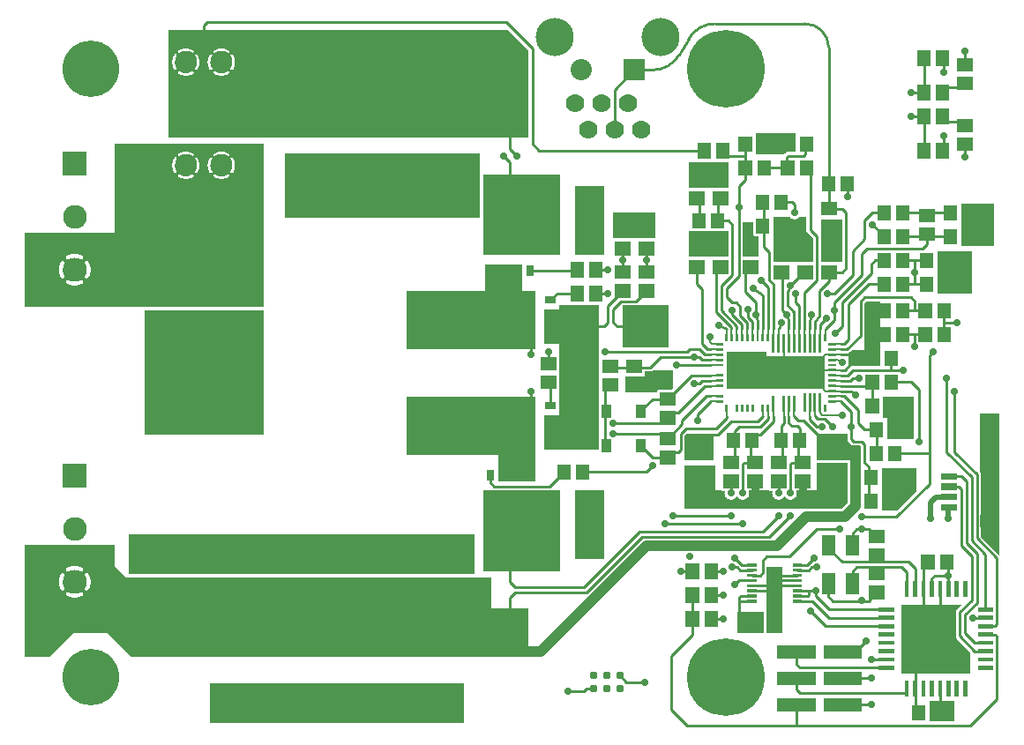
<source format=gbr>
G04 start of page 2 for group 0 idx 0 *
G04 Title: (unknown), component *
G04 Creator: pcb 20140316 *
G04 CreationDate: Wed 23 Jan 2019 04:12:56 AM GMT UTC *
G04 For: railfan *
G04 Format: Gerber/RS-274X *
G04 PCB-Dimensions (mil): 4000.00 2950.00 *
G04 PCB-Coordinate-Origin: lower left *
%MOIN*%
%FSLAX25Y25*%
%LNTOP*%
%ADD55C,0.0935*%
%ADD54C,0.0390*%
%ADD53C,0.1280*%
%ADD52C,0.0480*%
%ADD51C,0.1285*%
%ADD50C,0.0550*%
%ADD49C,0.0630*%
%ADD48C,0.0120*%
%ADD47C,0.0280*%
%ADD46R,0.0100X0.0100*%
%ADD45R,0.0120X0.0120*%
%ADD44R,0.0500X0.0500*%
%ADD43C,0.0310*%
%ADD42R,0.0472X0.0472*%
%ADD41R,0.0236X0.0236*%
%ADD40R,0.0157X0.0157*%
%ADD39R,0.1417X0.1417*%
%ADD38R,0.1240X0.1240*%
%ADD37R,0.0787X0.0787*%
%ADD36R,0.0098X0.0098*%
%ADD35R,0.0360X0.0360*%
%ADD34R,0.2080X0.2080*%
%ADD33R,0.0430X0.0430*%
%ADD32R,0.2100X0.2100*%
%ADD31R,0.1799X0.1799*%
%ADD30R,0.1476X0.1476*%
%ADD29R,0.0709X0.0709*%
%ADD28R,0.0236X0.0236*%
%ADD27R,0.0512X0.0512*%
%ADD26R,0.0157X0.0157*%
%ADD25R,0.0260X0.0260*%
%ADD24R,0.0197X0.0197*%
%ADD23C,0.0700*%
%ADD22C,0.0800*%
%ADD21C,0.1440*%
%ADD20C,0.2937*%
%ADD19C,0.2137*%
%ADD18C,0.0900*%
%ADD17C,0.0830*%
%ADD16C,0.0200*%
%ADD15C,0.0300*%
%ADD14C,0.0080*%
%ADD13C,0.0400*%
%ADD12C,0.0100*%
%ADD11C,0.0001*%
G54D11*G36*
X199000Y106500D02*Y118000D01*
X213000D01*
Y106500D01*
X199000D01*
G37*
G36*
X164500Y116500D02*Y138500D01*
X213000D01*
Y116500D01*
X164500D01*
G37*
G36*
X194000Y188500D02*X208000D01*
Y177000D01*
X194000D01*
Y188500D01*
G37*
G36*
X164500Y178500D02*X213000D01*
Y156500D01*
X164500D01*
Y178500D01*
G37*
G36*
X43926Y82500D02*X54000D01*
Y54500D01*
X43926D01*
Y65303D01*
X43930Y65305D01*
X44033Y65364D01*
X44125Y65438D01*
X44204Y65525D01*
X44266Y65625D01*
X44511Y66112D01*
X44705Y66622D01*
X44852Y67148D01*
X44951Y67684D01*
X45000Y68227D01*
Y68773D01*
X44951Y69316D01*
X44852Y69852D01*
X44705Y70378D01*
X44511Y70888D01*
X44272Y71378D01*
X44208Y71478D01*
X44128Y71566D01*
X44035Y71640D01*
X43932Y71699D01*
X43926Y71702D01*
Y82500D01*
G37*
G36*
X39002Y82482D02*X39235Y82500D01*
X43926D01*
Y71702D01*
X43821Y71742D01*
X43705Y71766D01*
X43587Y71772D01*
X43468Y71760D01*
X43354Y71729D01*
X43245Y71680D01*
X43146Y71615D01*
X43058Y71535D01*
X42983Y71443D01*
X42924Y71340D01*
X42882Y71229D01*
X42857Y71113D01*
X42851Y70994D01*
X42864Y70876D01*
X42895Y70761D01*
X42946Y70654D01*
X43129Y70289D01*
X43274Y69907D01*
X43384Y69513D01*
X43458Y69111D01*
X43495Y68704D01*
Y68296D01*
X43458Y67889D01*
X43384Y67487D01*
X43274Y67093D01*
X43129Y66711D01*
X42950Y66344D01*
X42900Y66237D01*
X42869Y66123D01*
X42856Y66006D01*
X42862Y65888D01*
X42886Y65772D01*
X42928Y65662D01*
X42987Y65560D01*
X43061Y65468D01*
X43149Y65389D01*
X43248Y65324D01*
X43355Y65276D01*
X43469Y65245D01*
X43587Y65232D01*
X43705Y65238D01*
X43820Y65263D01*
X43926Y65303D01*
Y54500D01*
X39002D01*
Y62500D01*
X39273D01*
X39816Y62549D01*
X40352Y62648D01*
X40878Y62795D01*
X41388Y62989D01*
X41878Y63228D01*
X41978Y63292D01*
X42066Y63372D01*
X42140Y63465D01*
X42199Y63568D01*
X42242Y63679D01*
X42266Y63795D01*
X42272Y63913D01*
X42260Y64032D01*
X42229Y64146D01*
X42180Y64255D01*
X42115Y64354D01*
X42035Y64442D01*
X41943Y64517D01*
X41840Y64576D01*
X41729Y64618D01*
X41613Y64643D01*
X41494Y64649D01*
X41376Y64636D01*
X41261Y64605D01*
X41154Y64554D01*
X40789Y64371D01*
X40407Y64226D01*
X40013Y64116D01*
X39611Y64042D01*
X39204Y64005D01*
X39002D01*
Y72995D01*
X39204D01*
X39611Y72958D01*
X40013Y72884D01*
X40407Y72774D01*
X40789Y72629D01*
X41156Y72450D01*
X41263Y72400D01*
X41377Y72369D01*
X41494Y72356D01*
X41612Y72362D01*
X41728Y72386D01*
X41838Y72428D01*
X41940Y72487D01*
X42032Y72561D01*
X42111Y72649D01*
X42176Y72748D01*
X42224Y72855D01*
X42255Y72969D01*
X42268Y73087D01*
X42262Y73205D01*
X42237Y73320D01*
X42195Y73430D01*
X42136Y73533D01*
X42062Y73625D01*
X41975Y73704D01*
X41875Y73766D01*
X41388Y74011D01*
X40878Y74205D01*
X40352Y74352D01*
X39816Y74451D01*
X39273Y74500D01*
X39002D01*
Y82482D01*
G37*
G36*
X34074Y82500D02*X38765D01*
X39000Y82481D01*
X39002Y82482D01*
Y74500D01*
X38727D01*
X38184Y74451D01*
X37648Y74352D01*
X37122Y74205D01*
X36612Y74011D01*
X36122Y73772D01*
X36022Y73708D01*
X35934Y73628D01*
X35860Y73535D01*
X35801Y73432D01*
X35758Y73321D01*
X35734Y73205D01*
X35728Y73087D01*
X35740Y72968D01*
X35771Y72854D01*
X35820Y72745D01*
X35885Y72646D01*
X35965Y72558D01*
X36057Y72483D01*
X36160Y72424D01*
X36271Y72382D01*
X36387Y72357D01*
X36506Y72351D01*
X36624Y72364D01*
X36739Y72395D01*
X36846Y72446D01*
X37211Y72629D01*
X37593Y72774D01*
X37987Y72884D01*
X38389Y72958D01*
X38796Y72995D01*
X39002D01*
Y64005D01*
X38796D01*
X38389Y64042D01*
X37987Y64116D01*
X37593Y64226D01*
X37211Y64371D01*
X36844Y64550D01*
X36737Y64600D01*
X36623Y64631D01*
X36506Y64644D01*
X36388Y64638D01*
X36272Y64614D01*
X36162Y64572D01*
X36060Y64513D01*
X35968Y64439D01*
X35889Y64351D01*
X35824Y64252D01*
X35776Y64145D01*
X35745Y64031D01*
X35732Y63913D01*
X35738Y63795D01*
X35763Y63680D01*
X35805Y63570D01*
X35864Y63467D01*
X35938Y63375D01*
X36025Y63296D01*
X36125Y63234D01*
X36612Y62989D01*
X37122Y62795D01*
X37648Y62648D01*
X38184Y62549D01*
X38727Y62500D01*
X39002D01*
Y54500D01*
X34074D01*
Y65298D01*
X34179Y65258D01*
X34295Y65234D01*
X34413Y65228D01*
X34532Y65240D01*
X34646Y65271D01*
X34755Y65320D01*
X34854Y65385D01*
X34942Y65465D01*
X35017Y65557D01*
X35076Y65660D01*
X35118Y65771D01*
X35143Y65887D01*
X35149Y66006D01*
X35136Y66124D01*
X35105Y66239D01*
X35054Y66346D01*
X34871Y66711D01*
X34726Y67093D01*
X34616Y67487D01*
X34542Y67889D01*
X34505Y68296D01*
Y68704D01*
X34542Y69111D01*
X34616Y69513D01*
X34726Y69907D01*
X34871Y70289D01*
X35050Y70656D01*
X35100Y70763D01*
X35131Y70877D01*
X35144Y70994D01*
X35138Y71112D01*
X35114Y71228D01*
X35072Y71338D01*
X35013Y71440D01*
X34939Y71532D01*
X34851Y71611D01*
X34752Y71676D01*
X34645Y71724D01*
X34531Y71755D01*
X34413Y71768D01*
X34295Y71762D01*
X34180Y71737D01*
X34074Y71697D01*
Y82500D01*
G37*
G36*
X20000D02*X34074D01*
Y71697D01*
X34070Y71695D01*
X33967Y71636D01*
X33875Y71562D01*
X33796Y71475D01*
X33734Y71375D01*
X33489Y70888D01*
X33295Y70378D01*
X33148Y69852D01*
X33049Y69316D01*
X33000Y68773D01*
Y68227D01*
X33049Y67684D01*
X33148Y67148D01*
X33295Y66622D01*
X33489Y66112D01*
X33728Y65622D01*
X33792Y65522D01*
X33872Y65434D01*
X33965Y65360D01*
X34068Y65301D01*
X34074Y65298D01*
Y54500D01*
X20000D01*
Y82500D01*
G37*
G36*
X59500Y71500D02*Y86500D01*
X190000D01*
Y71500D01*
X59500D01*
G37*
G36*
X90000Y30000D02*X186000D01*
Y15000D01*
X90000D01*
Y30000D01*
G37*
G36*
X210500Y40000D02*X60500D01*
X51500Y49000D01*
X39002D01*
Y62500D01*
X39273D01*
X39816Y62549D01*
X40352Y62648D01*
X40878Y62795D01*
X41388Y62989D01*
X41878Y63228D01*
X41978Y63292D01*
X42066Y63372D01*
X42140Y63465D01*
X42199Y63568D01*
X42242Y63679D01*
X42266Y63795D01*
X42272Y63913D01*
X42260Y64032D01*
X42229Y64146D01*
X42180Y64255D01*
X42115Y64354D01*
X42035Y64442D01*
X41943Y64517D01*
X41840Y64576D01*
X41729Y64618D01*
X41613Y64643D01*
X41494Y64649D01*
X41376Y64636D01*
X41261Y64605D01*
X41154Y64554D01*
X40789Y64371D01*
X40407Y64226D01*
X40013Y64116D01*
X39611Y64042D01*
X39204Y64005D01*
X39002D01*
Y70000D01*
X43239D01*
X43274Y69907D01*
X43384Y69513D01*
X43458Y69111D01*
X43495Y68704D01*
Y68296D01*
X43458Y67889D01*
X43384Y67487D01*
X43274Y67093D01*
X43129Y66711D01*
X42950Y66344D01*
X42900Y66237D01*
X42869Y66123D01*
X42856Y66006D01*
X42862Y65888D01*
X42886Y65772D01*
X42928Y65662D01*
X42987Y65560D01*
X43061Y65468D01*
X43149Y65389D01*
X43248Y65324D01*
X43355Y65276D01*
X43469Y65245D01*
X43587Y65232D01*
X43705Y65238D01*
X43820Y65263D01*
X43930Y65305D01*
X44033Y65364D01*
X44125Y65438D01*
X44204Y65525D01*
X44266Y65625D01*
X44511Y66112D01*
X44705Y66622D01*
X44852Y67148D01*
X44951Y67684D01*
X45000Y68227D01*
Y68773D01*
X44951Y69316D01*
X44852Y69852D01*
X44811Y70000D01*
X196500D01*
Y58500D01*
X210500D01*
Y40000D01*
G37*
G36*
X39002Y49000D02*X38500D01*
X29500Y40000D01*
X20000D01*
Y70000D01*
X33189D01*
X33148Y69852D01*
X33049Y69316D01*
X33000Y68773D01*
Y68227D01*
X33049Y67684D01*
X33148Y67148D01*
X33295Y66622D01*
X33489Y66112D01*
X33728Y65622D01*
X33792Y65522D01*
X33872Y65434D01*
X33965Y65360D01*
X34068Y65301D01*
X34179Y65258D01*
X34295Y65234D01*
X34413Y65228D01*
X34532Y65240D01*
X34646Y65271D01*
X34755Y65320D01*
X34854Y65385D01*
X34942Y65465D01*
X35017Y65557D01*
X35076Y65660D01*
X35118Y65771D01*
X35143Y65887D01*
X35149Y66006D01*
X35136Y66124D01*
X35105Y66239D01*
X35054Y66346D01*
X34871Y66711D01*
X34726Y67093D01*
X34616Y67487D01*
X34542Y67889D01*
X34505Y68296D01*
Y68704D01*
X34542Y69111D01*
X34616Y69513D01*
X34726Y69907D01*
X34761Y70000D01*
X39002D01*
Y64005D01*
X38796D01*
X38389Y64042D01*
X37987Y64116D01*
X37593Y64226D01*
X37211Y64371D01*
X36844Y64550D01*
X36737Y64600D01*
X36623Y64631D01*
X36506Y64644D01*
X36388Y64638D01*
X36272Y64614D01*
X36162Y64572D01*
X36060Y64513D01*
X35968Y64439D01*
X35889Y64351D01*
X35824Y64252D01*
X35776Y64145D01*
X35745Y64031D01*
X35732Y63913D01*
X35738Y63795D01*
X35763Y63680D01*
X35805Y63570D01*
X35864Y63467D01*
X35938Y63375D01*
X36025Y63296D01*
X36125Y63234D01*
X36612Y62989D01*
X37122Y62795D01*
X37648Y62648D01*
X38184Y62549D01*
X38727Y62500D01*
X39002D01*
Y49000D01*
G37*
G36*
X58500Y70000D02*Y68500D01*
X52500D01*
Y74500D01*
X54000D01*
X58500Y70000D01*
G37*
G36*
X222500Y103000D02*Y72500D01*
X193500D01*
Y103000D01*
X222500D01*
G37*
G36*
X228000Y77000D02*Y103000D01*
X239000D01*
Y77000D01*
X228000D01*
G37*
G36*
X216500Y131500D02*X234500D01*
Y118500D01*
X216500D01*
Y131500D01*
G37*
G36*
X110500Y171000D02*Y124000D01*
X65500D01*
Y171000D01*
X110500D01*
G37*
G36*
X237000Y118500D02*X222000D01*
Y173000D01*
X237000D01*
Y118500D01*
G37*
G36*
X43926Y200500D02*X110500D01*
Y172500D01*
X43926D01*
Y183303D01*
X43930Y183305D01*
X44033Y183364D01*
X44125Y183438D01*
X44204Y183525D01*
X44266Y183625D01*
X44511Y184112D01*
X44705Y184622D01*
X44852Y185148D01*
X44951Y185684D01*
X45000Y186227D01*
Y186773D01*
X44951Y187316D01*
X44852Y187852D01*
X44705Y188378D01*
X44511Y188888D01*
X44272Y189378D01*
X44208Y189478D01*
X44128Y189566D01*
X44035Y189640D01*
X43932Y189699D01*
X43926Y189702D01*
Y200500D01*
G37*
G36*
X39002Y200482D02*X39235Y200500D01*
X43926D01*
Y189702D01*
X43821Y189742D01*
X43705Y189766D01*
X43587Y189772D01*
X43468Y189760D01*
X43354Y189729D01*
X43245Y189680D01*
X43146Y189615D01*
X43058Y189535D01*
X42983Y189443D01*
X42924Y189340D01*
X42882Y189229D01*
X42857Y189113D01*
X42851Y188994D01*
X42864Y188876D01*
X42895Y188761D01*
X42946Y188654D01*
X43129Y188289D01*
X43274Y187907D01*
X43384Y187513D01*
X43458Y187111D01*
X43495Y186704D01*
Y186296D01*
X43458Y185889D01*
X43384Y185487D01*
X43274Y185093D01*
X43129Y184711D01*
X42950Y184344D01*
X42900Y184237D01*
X42869Y184123D01*
X42856Y184006D01*
X42862Y183888D01*
X42886Y183772D01*
X42928Y183662D01*
X42987Y183560D01*
X43061Y183468D01*
X43149Y183389D01*
X43248Y183324D01*
X43355Y183276D01*
X43469Y183245D01*
X43587Y183232D01*
X43705Y183238D01*
X43820Y183263D01*
X43926Y183303D01*
Y172500D01*
X39002D01*
Y180500D01*
X39273D01*
X39816Y180549D01*
X40352Y180648D01*
X40878Y180795D01*
X41388Y180989D01*
X41878Y181228D01*
X41978Y181292D01*
X42066Y181372D01*
X42140Y181465D01*
X42199Y181568D01*
X42242Y181679D01*
X42266Y181795D01*
X42272Y181913D01*
X42260Y182032D01*
X42229Y182146D01*
X42180Y182255D01*
X42115Y182354D01*
X42035Y182442D01*
X41943Y182517D01*
X41840Y182576D01*
X41729Y182618D01*
X41613Y182643D01*
X41494Y182649D01*
X41376Y182636D01*
X41261Y182605D01*
X41154Y182554D01*
X40789Y182371D01*
X40407Y182226D01*
X40013Y182116D01*
X39611Y182042D01*
X39204Y182005D01*
X39002D01*
Y190995D01*
X39204D01*
X39611Y190958D01*
X40013Y190884D01*
X40407Y190774D01*
X40789Y190629D01*
X41156Y190450D01*
X41263Y190400D01*
X41377Y190369D01*
X41494Y190356D01*
X41612Y190362D01*
X41728Y190386D01*
X41838Y190428D01*
X41940Y190487D01*
X42032Y190561D01*
X42111Y190649D01*
X42176Y190748D01*
X42224Y190855D01*
X42255Y190969D01*
X42268Y191087D01*
X42262Y191205D01*
X42237Y191320D01*
X42195Y191430D01*
X42136Y191533D01*
X42062Y191625D01*
X41975Y191704D01*
X41875Y191766D01*
X41388Y192011D01*
X40878Y192205D01*
X40352Y192352D01*
X39816Y192451D01*
X39273Y192500D01*
X39002D01*
Y200482D01*
G37*
G36*
X34074Y200500D02*X38765D01*
X39000Y200481D01*
X39002Y200482D01*
Y192500D01*
X38727D01*
X38184Y192451D01*
X37648Y192352D01*
X37122Y192205D01*
X36612Y192011D01*
X36122Y191772D01*
X36022Y191708D01*
X35934Y191628D01*
X35860Y191535D01*
X35801Y191432D01*
X35758Y191321D01*
X35734Y191205D01*
X35728Y191087D01*
X35740Y190968D01*
X35771Y190854D01*
X35820Y190745D01*
X35885Y190646D01*
X35965Y190558D01*
X36057Y190483D01*
X36160Y190424D01*
X36271Y190382D01*
X36387Y190357D01*
X36506Y190351D01*
X36624Y190364D01*
X36739Y190395D01*
X36846Y190446D01*
X37211Y190629D01*
X37593Y190774D01*
X37987Y190884D01*
X38389Y190958D01*
X38796Y190995D01*
X39002D01*
Y182005D01*
X38796D01*
X38389Y182042D01*
X37987Y182116D01*
X37593Y182226D01*
X37211Y182371D01*
X36844Y182550D01*
X36737Y182600D01*
X36623Y182631D01*
X36506Y182644D01*
X36388Y182638D01*
X36272Y182614D01*
X36162Y182572D01*
X36060Y182513D01*
X35968Y182439D01*
X35889Y182351D01*
X35824Y182252D01*
X35776Y182145D01*
X35745Y182031D01*
X35732Y181913D01*
X35738Y181795D01*
X35763Y181680D01*
X35805Y181570D01*
X35864Y181467D01*
X35938Y181375D01*
X36025Y181296D01*
X36125Y181234D01*
X36612Y180989D01*
X37122Y180795D01*
X37648Y180648D01*
X38184Y180549D01*
X38727Y180500D01*
X39002D01*
Y172500D01*
X34074D01*
Y183298D01*
X34179Y183258D01*
X34295Y183234D01*
X34413Y183228D01*
X34532Y183240D01*
X34646Y183271D01*
X34755Y183320D01*
X34854Y183385D01*
X34942Y183465D01*
X35017Y183557D01*
X35076Y183660D01*
X35118Y183771D01*
X35143Y183887D01*
X35149Y184006D01*
X35136Y184124D01*
X35105Y184239D01*
X35054Y184346D01*
X34871Y184711D01*
X34726Y185093D01*
X34616Y185487D01*
X34542Y185889D01*
X34505Y186296D01*
Y186704D01*
X34542Y187111D01*
X34616Y187513D01*
X34726Y187907D01*
X34871Y188289D01*
X35050Y188656D01*
X35100Y188763D01*
X35131Y188877D01*
X35144Y188994D01*
X35138Y189112D01*
X35114Y189228D01*
X35072Y189338D01*
X35013Y189440D01*
X34939Y189532D01*
X34851Y189611D01*
X34752Y189676D01*
X34645Y189724D01*
X34531Y189755D01*
X34413Y189768D01*
X34295Y189762D01*
X34180Y189737D01*
X34074Y189697D01*
Y200500D01*
G37*
G36*
X20000D02*X34074D01*
Y189697D01*
X34070Y189695D01*
X33967Y189636D01*
X33875Y189562D01*
X33796Y189475D01*
X33734Y189375D01*
X33489Y188888D01*
X33295Y188378D01*
X33148Y187852D01*
X33049Y187316D01*
X33000Y186773D01*
Y186227D01*
X33049Y185684D01*
X33148Y185148D01*
X33295Y184622D01*
X33489Y184112D01*
X33728Y183622D01*
X33792Y183522D01*
X33872Y183434D01*
X33965Y183360D01*
X34068Y183301D01*
X34074Y183298D01*
Y172500D01*
X20000D01*
Y200500D01*
G37*
G36*
X110500Y172500D02*X98680D01*
Y223147D01*
X98689Y223156D01*
X98735Y223219D01*
X98966Y223608D01*
X99158Y224017D01*
X99314Y224442D01*
X99431Y224878D01*
X99510Y225323D01*
X99550Y225774D01*
Y226226D01*
X99510Y226677D01*
X99431Y227122D01*
X99314Y227558D01*
X99158Y227983D01*
X98966Y228392D01*
X98739Y228783D01*
X98692Y228847D01*
X98680Y228858D01*
Y234000D01*
X110500D01*
Y172500D01*
G37*
G36*
X98680D02*X94402D01*
Y220850D01*
X94626D01*
X95077Y220890D01*
X95522Y220969D01*
X95958Y221086D01*
X96383Y221242D01*
X96792Y221434D01*
X97183Y221661D01*
X97247Y221708D01*
X97302Y221766D01*
X97347Y221831D01*
X97382Y221902D01*
X97405Y221978D01*
X97415Y222057D01*
X97414Y222136D01*
X97400Y222214D01*
X97374Y222289D01*
X97336Y222359D01*
X97288Y222422D01*
X97231Y222477D01*
X97166Y222522D01*
X97094Y222557D01*
X97019Y222580D01*
X96940Y222591D01*
X96861Y222589D01*
X96783Y222575D01*
X96708Y222549D01*
X96639Y222510D01*
X96326Y222324D01*
X95996Y222169D01*
X95655Y222044D01*
X95303Y221949D01*
X94945Y221886D01*
X94582Y221854D01*
X94402D01*
Y230146D01*
X94582D01*
X94945Y230114D01*
X95303Y230051D01*
X95655Y229956D01*
X95996Y229831D01*
X96326Y229676D01*
X96641Y229493D01*
X96709Y229455D01*
X96784Y229429D01*
X96861Y229415D01*
X96940Y229413D01*
X97018Y229424D01*
X97093Y229447D01*
X97164Y229481D01*
X97228Y229526D01*
X97285Y229580D01*
X97333Y229643D01*
X97370Y229713D01*
X97396Y229787D01*
X97410Y229864D01*
X97411Y229943D01*
X97401Y230021D01*
X97378Y230096D01*
X97344Y230167D01*
X97299Y230232D01*
X97244Y230289D01*
X97181Y230335D01*
X96792Y230566D01*
X96383Y230758D01*
X95958Y230914D01*
X95522Y231031D01*
X95077Y231110D01*
X94626Y231150D01*
X94402D01*
Y234000D01*
X98680D01*
Y228858D01*
X98634Y228902D01*
X98569Y228947D01*
X98498Y228982D01*
X98422Y229005D01*
X98343Y229015D01*
X98264Y229014D01*
X98186Y229000D01*
X98111Y228974D01*
X98041Y228936D01*
X97978Y228888D01*
X97923Y228831D01*
X97878Y228766D01*
X97843Y228694D01*
X97820Y228619D01*
X97809Y228540D01*
X97811Y228461D01*
X97825Y228383D01*
X97851Y228308D01*
X97890Y228239D01*
X98076Y227926D01*
X98231Y227596D01*
X98356Y227255D01*
X98451Y226903D01*
X98514Y226545D01*
X98546Y226182D01*
Y225818D01*
X98514Y225455D01*
X98451Y225097D01*
X98356Y224745D01*
X98231Y224404D01*
X98076Y224074D01*
X97893Y223759D01*
X97855Y223691D01*
X97829Y223616D01*
X97815Y223539D01*
X97813Y223460D01*
X97824Y223382D01*
X97847Y223307D01*
X97881Y223236D01*
X97926Y223172D01*
X97980Y223115D01*
X98043Y223067D01*
X98113Y223030D01*
X98187Y223004D01*
X98264Y222990D01*
X98343Y222989D01*
X98421Y222999D01*
X98496Y223022D01*
X98567Y223056D01*
X98632Y223101D01*
X98680Y223147D01*
Y172500D01*
G37*
G36*
X94402D02*X90120D01*
Y223142D01*
X90166Y223098D01*
X90231Y223053D01*
X90302Y223018D01*
X90378Y222995D01*
X90457Y222985D01*
X90536Y222986D01*
X90614Y223000D01*
X90689Y223026D01*
X90759Y223064D01*
X90822Y223112D01*
X90877Y223169D01*
X90922Y223234D01*
X90957Y223306D01*
X90980Y223381D01*
X90991Y223460D01*
X90989Y223539D01*
X90975Y223617D01*
X90949Y223692D01*
X90910Y223761D01*
X90724Y224074D01*
X90569Y224404D01*
X90444Y224745D01*
X90349Y225097D01*
X90286Y225455D01*
X90254Y225818D01*
Y226182D01*
X90286Y226545D01*
X90349Y226903D01*
X90444Y227255D01*
X90569Y227596D01*
X90724Y227926D01*
X90907Y228241D01*
X90945Y228309D01*
X90971Y228384D01*
X90985Y228461D01*
X90987Y228540D01*
X90976Y228618D01*
X90953Y228693D01*
X90919Y228764D01*
X90874Y228828D01*
X90820Y228885D01*
X90757Y228933D01*
X90687Y228970D01*
X90613Y228996D01*
X90536Y229010D01*
X90457Y229011D01*
X90379Y229001D01*
X90304Y228978D01*
X90233Y228944D01*
X90168Y228899D01*
X90120Y228853D01*
Y234000D01*
X94402D01*
Y231150D01*
X94174D01*
X93723Y231110D01*
X93278Y231031D01*
X92842Y230914D01*
X92417Y230758D01*
X92008Y230566D01*
X91617Y230339D01*
X91553Y230292D01*
X91498Y230234D01*
X91453Y230169D01*
X91418Y230098D01*
X91395Y230022D01*
X91385Y229943D01*
X91386Y229864D01*
X91400Y229786D01*
X91426Y229711D01*
X91464Y229641D01*
X91512Y229578D01*
X91569Y229523D01*
X91634Y229478D01*
X91706Y229443D01*
X91781Y229420D01*
X91860Y229409D01*
X91939Y229411D01*
X92017Y229425D01*
X92092Y229451D01*
X92161Y229490D01*
X92474Y229676D01*
X92804Y229831D01*
X93145Y229956D01*
X93497Y230051D01*
X93855Y230114D01*
X94218Y230146D01*
X94402D01*
Y221854D01*
X94218D01*
X93855Y221886D01*
X93497Y221949D01*
X93145Y222044D01*
X92804Y222169D01*
X92474Y222324D01*
X92159Y222507D01*
X92091Y222545D01*
X92016Y222571D01*
X91939Y222585D01*
X91860Y222587D01*
X91782Y222576D01*
X91707Y222553D01*
X91636Y222519D01*
X91572Y222474D01*
X91515Y222420D01*
X91467Y222357D01*
X91430Y222287D01*
X91404Y222213D01*
X91390Y222136D01*
X91389Y222057D01*
X91399Y221979D01*
X91422Y221904D01*
X91456Y221833D01*
X91501Y221768D01*
X91556Y221711D01*
X91619Y221665D01*
X92008Y221434D01*
X92417Y221242D01*
X92842Y221086D01*
X93278Y220969D01*
X93723Y220890D01*
X94174Y220850D01*
X94402D01*
Y172500D01*
G37*
G36*
X90120D02*X85280D01*
Y223147D01*
X85289Y223156D01*
X85335Y223219D01*
X85566Y223608D01*
X85758Y224017D01*
X85914Y224442D01*
X86031Y224878D01*
X86110Y225323D01*
X86150Y225774D01*
Y226226D01*
X86110Y226677D01*
X86031Y227122D01*
X85914Y227558D01*
X85758Y227983D01*
X85566Y228392D01*
X85339Y228783D01*
X85292Y228847D01*
X85280Y228858D01*
Y234000D01*
X90120D01*
Y228853D01*
X90111Y228844D01*
X90065Y228781D01*
X89834Y228392D01*
X89642Y227983D01*
X89486Y227558D01*
X89369Y227122D01*
X89290Y226677D01*
X89250Y226226D01*
Y225774D01*
X89290Y225323D01*
X89369Y224878D01*
X89486Y224442D01*
X89642Y224017D01*
X89834Y223608D01*
X90061Y223217D01*
X90108Y223153D01*
X90120Y223142D01*
Y172500D01*
G37*
G36*
X85280D02*X81002D01*
Y220850D01*
X81226D01*
X81677Y220890D01*
X82122Y220969D01*
X82558Y221086D01*
X82983Y221242D01*
X83392Y221434D01*
X83783Y221661D01*
X83847Y221708D01*
X83902Y221766D01*
X83947Y221831D01*
X83982Y221902D01*
X84005Y221978D01*
X84015Y222057D01*
X84014Y222136D01*
X84000Y222214D01*
X83974Y222289D01*
X83936Y222359D01*
X83888Y222422D01*
X83831Y222477D01*
X83766Y222522D01*
X83694Y222557D01*
X83619Y222580D01*
X83540Y222591D01*
X83461Y222589D01*
X83383Y222575D01*
X83308Y222549D01*
X83239Y222510D01*
X82926Y222324D01*
X82596Y222169D01*
X82255Y222044D01*
X81903Y221949D01*
X81545Y221886D01*
X81182Y221854D01*
X81002D01*
Y230146D01*
X81182D01*
X81545Y230114D01*
X81903Y230051D01*
X82255Y229956D01*
X82596Y229831D01*
X82926Y229676D01*
X83241Y229493D01*
X83309Y229455D01*
X83384Y229429D01*
X83461Y229415D01*
X83540Y229413D01*
X83618Y229424D01*
X83693Y229447D01*
X83764Y229481D01*
X83828Y229526D01*
X83885Y229580D01*
X83933Y229643D01*
X83970Y229713D01*
X83996Y229787D01*
X84010Y229864D01*
X84011Y229943D01*
X84001Y230021D01*
X83978Y230096D01*
X83944Y230167D01*
X83899Y230232D01*
X83844Y230289D01*
X83781Y230335D01*
X83392Y230566D01*
X82983Y230758D01*
X82558Y230914D01*
X82122Y231031D01*
X81677Y231110D01*
X81226Y231150D01*
X81002D01*
Y234000D01*
X85280D01*
Y228858D01*
X85234Y228902D01*
X85169Y228947D01*
X85098Y228982D01*
X85022Y229005D01*
X84943Y229015D01*
X84864Y229014D01*
X84786Y229000D01*
X84711Y228974D01*
X84641Y228936D01*
X84578Y228888D01*
X84523Y228831D01*
X84478Y228766D01*
X84443Y228694D01*
X84420Y228619D01*
X84409Y228540D01*
X84411Y228461D01*
X84425Y228383D01*
X84451Y228308D01*
X84490Y228239D01*
X84676Y227926D01*
X84831Y227596D01*
X84956Y227255D01*
X85051Y226903D01*
X85114Y226545D01*
X85146Y226182D01*
Y225818D01*
X85114Y225455D01*
X85051Y225097D01*
X84956Y224745D01*
X84831Y224404D01*
X84676Y224074D01*
X84493Y223759D01*
X84455Y223691D01*
X84429Y223616D01*
X84415Y223539D01*
X84413Y223460D01*
X84424Y223382D01*
X84447Y223307D01*
X84481Y223236D01*
X84526Y223172D01*
X84580Y223115D01*
X84643Y223067D01*
X84713Y223030D01*
X84787Y223004D01*
X84864Y222990D01*
X84943Y222989D01*
X85021Y222999D01*
X85096Y223022D01*
X85167Y223056D01*
X85232Y223101D01*
X85280Y223147D01*
Y172500D01*
G37*
G36*
X81002D02*X76720D01*
Y223142D01*
X76766Y223098D01*
X76831Y223053D01*
X76902Y223018D01*
X76978Y222995D01*
X77057Y222985D01*
X77136Y222986D01*
X77214Y223000D01*
X77289Y223026D01*
X77359Y223064D01*
X77422Y223112D01*
X77477Y223169D01*
X77522Y223234D01*
X77557Y223306D01*
X77580Y223381D01*
X77591Y223460D01*
X77589Y223539D01*
X77575Y223617D01*
X77549Y223692D01*
X77510Y223761D01*
X77324Y224074D01*
X77169Y224404D01*
X77044Y224745D01*
X76949Y225097D01*
X76886Y225455D01*
X76854Y225818D01*
Y226182D01*
X76886Y226545D01*
X76949Y226903D01*
X77044Y227255D01*
X77169Y227596D01*
X77324Y227926D01*
X77507Y228241D01*
X77545Y228309D01*
X77571Y228384D01*
X77585Y228461D01*
X77587Y228540D01*
X77576Y228618D01*
X77553Y228693D01*
X77519Y228764D01*
X77474Y228828D01*
X77420Y228885D01*
X77357Y228933D01*
X77287Y228970D01*
X77213Y228996D01*
X77136Y229010D01*
X77057Y229011D01*
X76979Y229001D01*
X76904Y228978D01*
X76833Y228944D01*
X76768Y228899D01*
X76720Y228853D01*
Y234000D01*
X81002D01*
Y231150D01*
X80774D01*
X80323Y231110D01*
X79878Y231031D01*
X79442Y230914D01*
X79017Y230758D01*
X78608Y230566D01*
X78217Y230339D01*
X78153Y230292D01*
X78098Y230234D01*
X78053Y230169D01*
X78018Y230098D01*
X77995Y230022D01*
X77985Y229943D01*
X77986Y229864D01*
X78000Y229786D01*
X78026Y229711D01*
X78064Y229641D01*
X78112Y229578D01*
X78169Y229523D01*
X78234Y229478D01*
X78306Y229443D01*
X78381Y229420D01*
X78460Y229409D01*
X78539Y229411D01*
X78617Y229425D01*
X78692Y229451D01*
X78761Y229490D01*
X79074Y229676D01*
X79404Y229831D01*
X79745Y229956D01*
X80097Y230051D01*
X80455Y230114D01*
X80818Y230146D01*
X81002D01*
Y221854D01*
X80818D01*
X80455Y221886D01*
X80097Y221949D01*
X79745Y222044D01*
X79404Y222169D01*
X79074Y222324D01*
X78759Y222507D01*
X78691Y222545D01*
X78616Y222571D01*
X78539Y222585D01*
X78460Y222587D01*
X78382Y222576D01*
X78307Y222553D01*
X78236Y222519D01*
X78172Y222474D01*
X78115Y222420D01*
X78067Y222357D01*
X78030Y222287D01*
X78004Y222213D01*
X77990Y222136D01*
X77989Y222057D01*
X77999Y221979D01*
X78022Y221904D01*
X78056Y221833D01*
X78101Y221768D01*
X78156Y221711D01*
X78219Y221665D01*
X78608Y221434D01*
X79017Y221242D01*
X79442Y221086D01*
X79878Y220969D01*
X80323Y220890D01*
X80774Y220850D01*
X81002D01*
Y172500D01*
G37*
G36*
X76720D02*X54000D01*
Y234000D01*
X76720D01*
Y228853D01*
X76711Y228844D01*
X76665Y228781D01*
X76434Y228392D01*
X76242Y227983D01*
X76086Y227558D01*
X75969Y227122D01*
X75890Y226677D01*
X75850Y226226D01*
Y225774D01*
X75890Y225323D01*
X75969Y224878D01*
X76086Y224442D01*
X76242Y224017D01*
X76434Y223608D01*
X76661Y223217D01*
X76708Y223153D01*
X76720Y223142D01*
Y172500D01*
G37*
G36*
X210500Y236500D02*X98680D01*
Y262147D01*
X98689Y262156D01*
X98735Y262219D01*
X98966Y262608D01*
X99158Y263017D01*
X99314Y263442D01*
X99431Y263878D01*
X99510Y264323D01*
X99550Y264774D01*
Y265226D01*
X99510Y265677D01*
X99431Y266122D01*
X99314Y266558D01*
X99158Y266983D01*
X98966Y267392D01*
X98739Y267783D01*
X98692Y267847D01*
X98680Y267858D01*
Y277000D01*
X202879D01*
X210500Y269379D01*
Y236500D01*
G37*
G36*
X98680D02*X94402D01*
Y259850D01*
X94626D01*
X95077Y259890D01*
X95522Y259969D01*
X95958Y260086D01*
X96383Y260242D01*
X96792Y260434D01*
X97183Y260661D01*
X97247Y260708D01*
X97302Y260766D01*
X97347Y260831D01*
X97382Y260902D01*
X97405Y260978D01*
X97415Y261057D01*
X97414Y261136D01*
X97400Y261214D01*
X97374Y261289D01*
X97336Y261359D01*
X97288Y261422D01*
X97231Y261477D01*
X97166Y261522D01*
X97094Y261557D01*
X97019Y261580D01*
X96940Y261591D01*
X96861Y261589D01*
X96783Y261575D01*
X96708Y261549D01*
X96639Y261510D01*
X96326Y261324D01*
X95996Y261169D01*
X95655Y261044D01*
X95303Y260949D01*
X94945Y260886D01*
X94582Y260854D01*
X94402D01*
Y269146D01*
X94582D01*
X94945Y269114D01*
X95303Y269051D01*
X95655Y268956D01*
X95996Y268831D01*
X96326Y268676D01*
X96641Y268493D01*
X96709Y268455D01*
X96784Y268429D01*
X96861Y268415D01*
X96940Y268413D01*
X97018Y268424D01*
X97093Y268447D01*
X97164Y268481D01*
X97228Y268526D01*
X97285Y268580D01*
X97333Y268643D01*
X97370Y268713D01*
X97396Y268787D01*
X97410Y268864D01*
X97411Y268943D01*
X97401Y269021D01*
X97378Y269096D01*
X97344Y269167D01*
X97299Y269232D01*
X97244Y269289D01*
X97181Y269335D01*
X96792Y269566D01*
X96383Y269758D01*
X95958Y269914D01*
X95522Y270031D01*
X95077Y270110D01*
X94626Y270150D01*
X94402D01*
Y277000D01*
X98680D01*
Y267858D01*
X98634Y267902D01*
X98569Y267947D01*
X98498Y267982D01*
X98422Y268005D01*
X98343Y268015D01*
X98264Y268014D01*
X98186Y268000D01*
X98111Y267974D01*
X98041Y267936D01*
X97978Y267888D01*
X97923Y267831D01*
X97878Y267766D01*
X97843Y267694D01*
X97820Y267619D01*
X97809Y267540D01*
X97811Y267461D01*
X97825Y267383D01*
X97851Y267308D01*
X97890Y267239D01*
X98076Y266926D01*
X98231Y266596D01*
X98356Y266255D01*
X98451Y265903D01*
X98514Y265545D01*
X98546Y265182D01*
Y264818D01*
X98514Y264455D01*
X98451Y264097D01*
X98356Y263745D01*
X98231Y263404D01*
X98076Y263074D01*
X97893Y262759D01*
X97855Y262691D01*
X97829Y262616D01*
X97815Y262539D01*
X97813Y262460D01*
X97824Y262382D01*
X97847Y262307D01*
X97881Y262236D01*
X97926Y262172D01*
X97980Y262115D01*
X98043Y262067D01*
X98113Y262030D01*
X98187Y262004D01*
X98264Y261990D01*
X98343Y261989D01*
X98421Y261999D01*
X98496Y262022D01*
X98567Y262056D01*
X98632Y262101D01*
X98680Y262147D01*
Y236500D01*
G37*
G36*
X94402D02*X90120D01*
Y262142D01*
X90166Y262098D01*
X90231Y262053D01*
X90302Y262018D01*
X90378Y261995D01*
X90457Y261985D01*
X90536Y261986D01*
X90614Y262000D01*
X90689Y262026D01*
X90759Y262064D01*
X90822Y262112D01*
X90877Y262169D01*
X90922Y262234D01*
X90957Y262306D01*
X90980Y262381D01*
X90991Y262460D01*
X90989Y262539D01*
X90975Y262617D01*
X90949Y262692D01*
X90910Y262761D01*
X90724Y263074D01*
X90569Y263404D01*
X90444Y263745D01*
X90349Y264097D01*
X90286Y264455D01*
X90254Y264818D01*
Y265182D01*
X90286Y265545D01*
X90349Y265903D01*
X90444Y266255D01*
X90569Y266596D01*
X90724Y266926D01*
X90907Y267241D01*
X90945Y267309D01*
X90971Y267384D01*
X90985Y267461D01*
X90987Y267540D01*
X90976Y267618D01*
X90953Y267693D01*
X90919Y267764D01*
X90874Y267828D01*
X90820Y267885D01*
X90757Y267933D01*
X90687Y267970D01*
X90613Y267996D01*
X90536Y268010D01*
X90457Y268011D01*
X90379Y268001D01*
X90304Y267978D01*
X90233Y267944D01*
X90168Y267899D01*
X90120Y267853D01*
Y277000D01*
X94402D01*
Y270150D01*
X94174D01*
X93723Y270110D01*
X93278Y270031D01*
X92842Y269914D01*
X92417Y269758D01*
X92008Y269566D01*
X91617Y269339D01*
X91553Y269292D01*
X91498Y269234D01*
X91453Y269169D01*
X91418Y269098D01*
X91395Y269022D01*
X91385Y268943D01*
X91386Y268864D01*
X91400Y268786D01*
X91426Y268711D01*
X91464Y268641D01*
X91512Y268578D01*
X91569Y268523D01*
X91634Y268478D01*
X91706Y268443D01*
X91781Y268420D01*
X91860Y268409D01*
X91939Y268411D01*
X92017Y268425D01*
X92092Y268451D01*
X92161Y268490D01*
X92474Y268676D01*
X92804Y268831D01*
X93145Y268956D01*
X93497Y269051D01*
X93855Y269114D01*
X94218Y269146D01*
X94402D01*
Y260854D01*
X94218D01*
X93855Y260886D01*
X93497Y260949D01*
X93145Y261044D01*
X92804Y261169D01*
X92474Y261324D01*
X92159Y261507D01*
X92091Y261545D01*
X92016Y261571D01*
X91939Y261585D01*
X91860Y261587D01*
X91782Y261576D01*
X91707Y261553D01*
X91636Y261519D01*
X91572Y261474D01*
X91515Y261420D01*
X91467Y261357D01*
X91430Y261287D01*
X91404Y261213D01*
X91390Y261136D01*
X91389Y261057D01*
X91399Y260979D01*
X91422Y260904D01*
X91456Y260833D01*
X91501Y260768D01*
X91556Y260711D01*
X91619Y260665D01*
X92008Y260434D01*
X92417Y260242D01*
X92842Y260086D01*
X93278Y259969D01*
X93723Y259890D01*
X94174Y259850D01*
X94402D01*
Y236500D01*
G37*
G36*
X90120D02*X85280D01*
Y262147D01*
X85289Y262156D01*
X85335Y262219D01*
X85566Y262608D01*
X85758Y263017D01*
X85914Y263442D01*
X86031Y263878D01*
X86110Y264323D01*
X86150Y264774D01*
Y265226D01*
X86110Y265677D01*
X86031Y266122D01*
X85914Y266558D01*
X85758Y266983D01*
X85566Y267392D01*
X85339Y267783D01*
X85292Y267847D01*
X85280Y267858D01*
Y277000D01*
X90120D01*
Y267853D01*
X90111Y267844D01*
X90065Y267781D01*
X89834Y267392D01*
X89642Y266983D01*
X89486Y266558D01*
X89369Y266122D01*
X89290Y265677D01*
X89250Y265226D01*
Y264774D01*
X89290Y264323D01*
X89369Y263878D01*
X89486Y263442D01*
X89642Y263017D01*
X89834Y262608D01*
X90061Y262217D01*
X90108Y262153D01*
X90120Y262142D01*
Y236500D01*
G37*
G36*
X85280D02*X81002D01*
Y259850D01*
X81226D01*
X81677Y259890D01*
X82122Y259969D01*
X82558Y260086D01*
X82983Y260242D01*
X83392Y260434D01*
X83783Y260661D01*
X83847Y260708D01*
X83902Y260766D01*
X83947Y260831D01*
X83982Y260902D01*
X84005Y260978D01*
X84015Y261057D01*
X84014Y261136D01*
X84000Y261214D01*
X83974Y261289D01*
X83936Y261359D01*
X83888Y261422D01*
X83831Y261477D01*
X83766Y261522D01*
X83694Y261557D01*
X83619Y261580D01*
X83540Y261591D01*
X83461Y261589D01*
X83383Y261575D01*
X83308Y261549D01*
X83239Y261510D01*
X82926Y261324D01*
X82596Y261169D01*
X82255Y261044D01*
X81903Y260949D01*
X81545Y260886D01*
X81182Y260854D01*
X81002D01*
Y269146D01*
X81182D01*
X81545Y269114D01*
X81903Y269051D01*
X82255Y268956D01*
X82596Y268831D01*
X82926Y268676D01*
X83241Y268493D01*
X83309Y268455D01*
X83384Y268429D01*
X83461Y268415D01*
X83540Y268413D01*
X83618Y268424D01*
X83693Y268447D01*
X83764Y268481D01*
X83828Y268526D01*
X83885Y268580D01*
X83933Y268643D01*
X83970Y268713D01*
X83996Y268787D01*
X84010Y268864D01*
X84011Y268943D01*
X84001Y269021D01*
X83978Y269096D01*
X83944Y269167D01*
X83899Y269232D01*
X83844Y269289D01*
X83781Y269335D01*
X83392Y269566D01*
X82983Y269758D01*
X82558Y269914D01*
X82122Y270031D01*
X81677Y270110D01*
X81226Y270150D01*
X81002D01*
Y277000D01*
X85280D01*
Y267858D01*
X85234Y267902D01*
X85169Y267947D01*
X85098Y267982D01*
X85022Y268005D01*
X84943Y268015D01*
X84864Y268014D01*
X84786Y268000D01*
X84711Y267974D01*
X84641Y267936D01*
X84578Y267888D01*
X84523Y267831D01*
X84478Y267766D01*
X84443Y267694D01*
X84420Y267619D01*
X84409Y267540D01*
X84411Y267461D01*
X84425Y267383D01*
X84451Y267308D01*
X84490Y267239D01*
X84676Y266926D01*
X84831Y266596D01*
X84956Y266255D01*
X85051Y265903D01*
X85114Y265545D01*
X85146Y265182D01*
Y264818D01*
X85114Y264455D01*
X85051Y264097D01*
X84956Y263745D01*
X84831Y263404D01*
X84676Y263074D01*
X84493Y262759D01*
X84455Y262691D01*
X84429Y262616D01*
X84415Y262539D01*
X84413Y262460D01*
X84424Y262382D01*
X84447Y262307D01*
X84481Y262236D01*
X84526Y262172D01*
X84580Y262115D01*
X84643Y262067D01*
X84713Y262030D01*
X84787Y262004D01*
X84864Y261990D01*
X84943Y261989D01*
X85021Y261999D01*
X85096Y262022D01*
X85167Y262056D01*
X85232Y262101D01*
X85280Y262147D01*
Y236500D01*
G37*
G36*
X81002D02*X76720D01*
Y262142D01*
X76766Y262098D01*
X76831Y262053D01*
X76902Y262018D01*
X76978Y261995D01*
X77057Y261985D01*
X77136Y261986D01*
X77214Y262000D01*
X77289Y262026D01*
X77359Y262064D01*
X77422Y262112D01*
X77477Y262169D01*
X77522Y262234D01*
X77557Y262306D01*
X77580Y262381D01*
X77591Y262460D01*
X77589Y262539D01*
X77575Y262617D01*
X77549Y262692D01*
X77510Y262761D01*
X77324Y263074D01*
X77169Y263404D01*
X77044Y263745D01*
X76949Y264097D01*
X76886Y264455D01*
X76854Y264818D01*
Y265182D01*
X76886Y265545D01*
X76949Y265903D01*
X77044Y266255D01*
X77169Y266596D01*
X77324Y266926D01*
X77507Y267241D01*
X77545Y267309D01*
X77571Y267384D01*
X77585Y267461D01*
X77587Y267540D01*
X77576Y267618D01*
X77553Y267693D01*
X77519Y267764D01*
X77474Y267828D01*
X77420Y267885D01*
X77357Y267933D01*
X77287Y267970D01*
X77213Y267996D01*
X77136Y268010D01*
X77057Y268011D01*
X76979Y268001D01*
X76904Y267978D01*
X76833Y267944D01*
X76768Y267899D01*
X76720Y267853D01*
Y277000D01*
X81002D01*
Y270150D01*
X80774D01*
X80323Y270110D01*
X79878Y270031D01*
X79442Y269914D01*
X79017Y269758D01*
X78608Y269566D01*
X78217Y269339D01*
X78153Y269292D01*
X78098Y269234D01*
X78053Y269169D01*
X78018Y269098D01*
X77995Y269022D01*
X77985Y268943D01*
X77986Y268864D01*
X78000Y268786D01*
X78026Y268711D01*
X78064Y268641D01*
X78112Y268578D01*
X78169Y268523D01*
X78234Y268478D01*
X78306Y268443D01*
X78381Y268420D01*
X78460Y268409D01*
X78539Y268411D01*
X78617Y268425D01*
X78692Y268451D01*
X78761Y268490D01*
X79074Y268676D01*
X79404Y268831D01*
X79745Y268956D01*
X80097Y269051D01*
X80455Y269114D01*
X80818Y269146D01*
X81002D01*
Y260854D01*
X80818D01*
X80455Y260886D01*
X80097Y260949D01*
X79745Y261044D01*
X79404Y261169D01*
X79074Y261324D01*
X78759Y261507D01*
X78691Y261545D01*
X78616Y261571D01*
X78539Y261585D01*
X78460Y261587D01*
X78382Y261576D01*
X78307Y261553D01*
X78236Y261519D01*
X78172Y261474D01*
X78115Y261420D01*
X78067Y261357D01*
X78030Y261287D01*
X78004Y261213D01*
X77990Y261136D01*
X77989Y261057D01*
X77999Y260979D01*
X78022Y260904D01*
X78056Y260833D01*
X78101Y260768D01*
X78156Y260711D01*
X78219Y260665D01*
X78608Y260434D01*
X79017Y260242D01*
X79442Y260086D01*
X79878Y259969D01*
X80323Y259890D01*
X80774Y259850D01*
X81002D01*
Y236500D01*
G37*
G36*
X76720D02*X74500D01*
Y277000D01*
X76720D01*
Y267853D01*
X76711Y267844D01*
X76665Y267781D01*
X76434Y267392D01*
X76242Y266983D01*
X76086Y266558D01*
X75969Y266122D01*
X75890Y265677D01*
X75850Y265226D01*
Y264774D01*
X75890Y264323D01*
X75969Y263878D01*
X76086Y263442D01*
X76242Y263017D01*
X76434Y262608D01*
X76661Y262217D01*
X76708Y262153D01*
X76720Y262142D01*
Y236500D01*
G37*
G36*
X192000Y230500D02*Y206000D01*
X118500D01*
Y230500D01*
X192000D01*
G37*
G36*
X222500Y192000D02*X193500D01*
Y222500D01*
X222500D01*
Y192000D01*
G37*
G36*
X228000Y218000D02*X239000D01*
Y192000D01*
X228000D01*
Y218000D01*
G37*
G36*
X216500Y171500D02*X234500D01*
Y158500D01*
X216500D01*
Y171500D01*
G37*
G36*
X271000Y217500D02*Y227000D01*
X286000D01*
Y217500D01*
X271000D01*
G37*
G36*
X296500Y238000D02*X311500D01*
Y231000D01*
X308559D01*
X308500Y231005D01*
X308265Y230986D01*
X308265Y230986D01*
X308265Y230986D01*
X308265Y230986D01*
X308088Y230944D01*
X308035Y230931D01*
X308035Y230931D01*
X308035Y230931D01*
X307873Y230864D01*
X307817Y230841D01*
X307817Y230841D01*
X307817Y230841D01*
X307673Y230753D01*
X307616Y230717D01*
X307616Y230717D01*
X307616Y230717D01*
X307615Y230717D01*
X307436Y230564D01*
X307398Y230519D01*
X306938Y230059D01*
X306893Y230021D01*
X306875Y230000D01*
X296500D01*
Y238000D01*
G37*
G36*
X242500Y198500D02*Y208000D01*
X258500D01*
Y198500D01*
X242500D01*
G37*
G36*
X246000Y157000D02*Y172879D01*
X246121Y173000D01*
X250984D01*
X251043Y172995D01*
X251102Y173000D01*
X263500D01*
Y157000D01*
X246000D01*
G37*
G36*
X269500Y103000D02*X283603D01*
X283738Y102944D01*
X283891Y102907D01*
X284048Y102898D01*
X284775Y102899D01*
X284710Y102744D01*
X284622Y102377D01*
X284593Y102000D01*
X284622Y101623D01*
X284710Y101256D01*
X284855Y100907D01*
X285052Y100585D01*
X285298Y100298D01*
X285585Y100052D01*
X285907Y99855D01*
X286256Y99710D01*
X286623Y99622D01*
X287000Y99593D01*
X287377Y99622D01*
X287744Y99710D01*
X288093Y99855D01*
X288415Y100052D01*
X288702Y100298D01*
X288948Y100585D01*
X289145Y100907D01*
X289250Y101161D01*
X289355Y100907D01*
X289552Y100585D01*
X289798Y100298D01*
X290085Y100052D01*
X290407Y99855D01*
X290756Y99710D01*
X291123Y99622D01*
X291500Y99593D01*
X291877Y99622D01*
X292244Y99710D01*
X292593Y99855D01*
X292915Y100052D01*
X293202Y100298D01*
X293448Y100585D01*
X293645Y100907D01*
X293790Y101256D01*
X293878Y101623D01*
X293900Y102000D01*
X293878Y102377D01*
X293790Y102744D01*
X293684Y103000D01*
X301603D01*
X301738Y102944D01*
X301891Y102907D01*
X302048Y102898D01*
X302775Y102899D01*
X302710Y102744D01*
X302622Y102377D01*
X302593Y102000D01*
X302622Y101623D01*
X302710Y101256D01*
X302855Y100907D01*
X303052Y100585D01*
X303298Y100298D01*
X303585Y100052D01*
X303907Y99855D01*
X304256Y99710D01*
X304623Y99622D01*
X305000Y99593D01*
X305377Y99622D01*
X305744Y99710D01*
X306093Y99855D01*
X306415Y100052D01*
X306702Y100298D01*
X306948Y100585D01*
X307145Y100907D01*
X307250Y101161D01*
X307355Y100907D01*
X307552Y100585D01*
X307798Y100298D01*
X308085Y100052D01*
X308407Y99855D01*
X308756Y99710D01*
X309123Y99622D01*
X309500Y99593D01*
X309877Y99622D01*
X310244Y99710D01*
X310593Y99855D01*
X310915Y100052D01*
X311202Y100298D01*
X311448Y100585D01*
X311645Y100907D01*
X311790Y101256D01*
X311878Y101623D01*
X311900Y102000D01*
X311878Y102377D01*
X311790Y102744D01*
X311684Y103000D01*
X331000D01*
Y98243D01*
X328757Y96000D01*
X315618D01*
X315500Y96009D01*
X315382Y96000D01*
X269500D01*
Y103000D01*
G37*
G36*
Y96000D02*Y112500D01*
X281000D01*
Y96000D01*
X269500D01*
G37*
G36*
X328757D02*X319500D01*
Y113500D01*
X331000D01*
Y108000D01*
X331000Y108000D01*
Y98243D01*
X328757Y96000D01*
G37*
G36*
X343500Y156000D02*Y150000D01*
X333059D01*
X333000Y150005D01*
X332941Y150000D01*
X331500D01*
Y155000D01*
X331541Y155017D01*
X331742Y155141D01*
X331922Y155294D01*
X331960Y155339D01*
X332621Y156000D01*
X343500D01*
G37*
G36*
X346000Y138500D02*X356000D01*
Y122830D01*
X355855Y122593D01*
X355816Y122500D01*
X346000D01*
Y138500D01*
G37*
G36*
X319500Y124500D02*X331000D01*
Y122559D01*
X330995Y122500D01*
X331014Y122265D01*
X331069Y122035D01*
X331159Y121817D01*
X331283Y121616D01*
X331283Y121615D01*
X331436Y121436D01*
X331481Y121398D01*
X332398Y120481D01*
X332436Y120436D01*
X332616Y120283D01*
X332817Y120159D01*
X333035Y120069D01*
X333265Y120014D01*
X333500Y119995D01*
X333559Y120000D01*
X335879D01*
X336000Y119879D01*
Y114500D01*
X319500D01*
Y124500D01*
G37*
G36*
X351500Y138500D02*Y130500D01*
X344500D01*
Y138500D01*
X351500D01*
G37*
G36*
X344000Y111500D02*X357000D01*
Y102621D01*
X349879Y95500D01*
X344000D01*
Y111500D01*
G37*
G36*
X300500Y74000D02*X306500D01*
Y49000D01*
X300500D01*
Y71941D01*
X300505Y72000D01*
X300500Y72059D01*
Y74000D01*
G37*
G36*
X289500Y57000D02*X299500D01*
Y49000D01*
X289500D01*
Y57000D01*
G37*
G36*
X351500Y59957D02*X374336D01*
X372481Y58102D01*
X372436Y58064D01*
X372283Y57884D01*
X372159Y57683D01*
X372069Y57465D01*
X372014Y57235D01*
X372014Y57235D01*
X371995Y57000D01*
X372000Y56941D01*
Y48059D01*
X371995Y48000D01*
X372014Y47765D01*
X372069Y47535D01*
X372159Y47317D01*
X372283Y47116D01*
X372283Y47115D01*
X372436Y46936D01*
X372481Y46898D01*
X377500Y41879D01*
Y33957D01*
X351500D01*
Y59957D01*
G37*
G36*
X381000Y110121D02*Y132000D01*
X388500D01*
Y78621D01*
X381500Y85621D01*
Y108941D01*
X381505Y109000D01*
X381486Y109235D01*
X381486Y109235D01*
X381431Y109465D01*
X381341Y109683D01*
X381217Y109884D01*
X381064Y110064D01*
X381019Y110102D01*
X381000Y110121D01*
G37*
G36*
X362000Y15957D02*Y23457D01*
X371500D01*
Y15957D01*
X362000D01*
G37*
G36*
X280500Y124500D02*Y124059D01*
X280495Y124000D01*
X280500Y123941D01*
Y114500D01*
X269500D01*
Y118441D01*
X269505Y118500D01*
X269500Y118559D01*
Y123879D01*
X270121Y124500D01*
X280500D01*
G37*
G36*
X338121Y174500D02*X343500D01*
Y150000D01*
X337500D01*
Y161441D01*
X337505Y161500D01*
X337500Y161559D01*
Y173879D01*
X338121Y174500D01*
G37*
G36*
X365000Y193500D02*X378000D01*
Y177500D01*
X365000D01*
Y193500D01*
G37*
G36*
X374000Y211500D02*X386500D01*
Y195500D01*
X374000D01*
Y211500D01*
G37*
G36*
X286000Y191500D02*X271000D01*
Y201000D01*
X286000D01*
Y191500D01*
G37*
G36*
X303000Y189500D02*Y192941D01*
X303005Y193000D01*
X303000Y193059D01*
Y199000D01*
X317379D01*
X318000Y198379D01*
Y189500D01*
X303000D01*
G37*
G36*
X318000Y197000D02*X303000D01*
Y206500D01*
X309125D01*
X309298Y206298D01*
X309585Y206052D01*
X309907Y205855D01*
X310256Y205710D01*
X310623Y205622D01*
X311000Y205593D01*
X311377Y205622D01*
X311744Y205710D01*
X312093Y205855D01*
X312415Y206052D01*
X312702Y206298D01*
X312875Y206500D01*
X315500D01*
Y201559D01*
X315495Y201500D01*
X315514Y201265D01*
X315569Y201035D01*
X315659Y200817D01*
X315783Y200616D01*
X315936Y200436D01*
X315981Y200398D01*
X318000Y198379D01*
Y197000D01*
G37*
G36*
X291500Y191500D02*Y204500D01*
X295400D01*
X295407Y199891D01*
X295444Y199738D01*
X295504Y199593D01*
X295586Y199458D01*
X295689Y199339D01*
X295808Y199236D01*
X295943Y199154D01*
X296088Y199094D01*
X296241Y199057D01*
X296398Y199048D01*
X297500Y199050D01*
Y191500D01*
X291500D01*
G37*
G36*
X321000Y189500D02*Y198941D01*
X321005Y199000D01*
X321000Y199059D01*
Y205500D01*
X329000D01*
Y189500D01*
X321000D01*
G37*
G36*
X247000Y146000D02*X260500D01*
Y141094D01*
X259891Y141093D01*
X259738Y141056D01*
X259593Y140996D01*
X259458Y140914D01*
X259339Y140811D01*
X259236Y140692D01*
X259154Y140557D01*
X259094Y140412D01*
X259057Y140259D01*
X259048Y140102D01*
X259048Y140000D01*
X247000D01*
Y146000D01*
G37*
G36*
X254500Y140000D02*Y148043D01*
X256484D01*
X256543Y148038D01*
X256778Y148057D01*
X256778Y148057D01*
X257008Y148112D01*
X257226Y148202D01*
X257427Y148326D01*
X257607Y148479D01*
X257625Y148500D01*
X265000D01*
Y141664D01*
X264435Y141100D01*
X259891Y141093D01*
X259738Y141056D01*
X259593Y140996D01*
X259458Y140914D01*
X259339Y140811D01*
X259236Y140692D01*
X259154Y140557D01*
X259094Y140412D01*
X259057Y140259D01*
X259048Y140102D01*
X259048Y140000D01*
X254500D01*
G37*
G54D12*X218937Y135000D02*Y143957D01*
X211500Y140500D02*Y137000D01*
X257400Y115500D02*X263000D01*
X252900Y133000D02*X257443Y137543D01*
X263000D01*
X242500Y128500D02*X263000D01*
X242500Y124500D02*X263000D01*
X239500Y142457D02*Y120000D01*
X267000Y117500D02*X268000Y118500D01*
X267000Y117500D02*X263000D01*
X268000Y118500D02*Y124500D01*
X270000Y126500D01*
X268500Y128000D02*X263086Y122586D01*
X267000Y132500D02*X263000D01*
X268500Y128000D02*Y129500D01*
X196000Y108917D02*Y106000D01*
X197500Y104500D01*
X218457D01*
X223957Y110000D01*
X252900Y120000D02*X257400Y115500D01*
X257500Y112500D02*X255000Y110000D01*
X231000D01*
X246000Y185543D02*Y194457D01*
X255000Y185543D02*Y194457D01*
X252524Y165000D02*X244000D01*
X242500Y166500D01*
Y171500D01*
X245500Y174500D01*
X251043D01*
X255000Y178457D01*
X240500Y172957D02*X246000Y178457D01*
X230476Y165000D02*X239000D01*
X240500Y166500D01*
Y172957D01*
X236043Y177500D02*X240500D01*
X236043Y186500D02*X240500D01*
X257500Y262000D02*X250500D01*
X202000Y280000D02*X89000D01*
X87700Y278700D01*
Y245500D01*
X203500Y234500D02*Y232000D01*
X206000Y229500D01*
X203500Y218476D02*Y227000D01*
X201000Y229500D01*
X203500Y76524D02*Y68500D01*
X205500Y66500D01*
X203500Y62500D02*X205500Y64500D01*
Y66500D02*X231500D01*
X205500Y64500D02*X232500D01*
X203500Y54476D02*Y62500D01*
G54D13*X202500Y42000D02*X215000D01*
G54D12*X231500Y66500D02*X252500Y87500D01*
X232500Y64500D02*X253500Y85500D01*
G54D13*X215000Y42000D02*X255000Y82000D01*
G54D12*X225500Y27000D02*X231500D01*
X232500Y28000D01*
X235000D01*
X211000Y186083D02*X228957D01*
X218917Y175000D02*X221417Y177500D01*
X228957D01*
X211500Y154500D02*Y158000D01*
X239500Y149543D02*X256543D01*
X260500Y153500D01*
X270500Y155500D02*X239500D01*
X218000D02*Y151043D01*
X250500Y262000D02*X243000Y254500D01*
Y239500D01*
X267459Y267750D02*X271041Y273750D01*
X212000Y234000D02*Y270000D01*
X202000Y280000D01*
X203500Y240524D02*Y234500D01*
X308500Y229500D02*X307957Y228957D01*
X281000Y279500D02*X315000D01*
X307957Y228957D02*Y225000D01*
X306043Y212000D02*X310000D01*
X311000Y211000D01*
Y208000D01*
X324000Y209543D02*Y270500D01*
X299543Y225000D02*X307957D01*
X315043Y234000D02*Y230043D01*
X314500Y229500D01*
X308500D01*
X284043D02*X292500D01*
X214500Y231500D02*X212000Y234000D01*
X214500Y231500D02*X276957D01*
X292500Y220500D02*Y234000D01*
Y220500D02*X290000Y218000D01*
G54D14*X282740Y158327D02*X279673D01*
X279000Y159000D01*
X287268Y160886D02*Y164000D01*
X289236Y160886D02*Y164000D01*
X285299Y160886D02*Y164000D01*
G54D12*X287268D02*Y164732D01*
X291205Y165795D02*X287500Y169500D01*
X290500Y169000D02*Y172500D01*
X289000Y174000D01*
X287500D01*
Y169500D02*Y171000D01*
X289236Y165264D02*X283500Y171000D01*
X287268Y164732D02*X281500Y170500D01*
X285299Y164000D02*X282500Y165500D01*
G54D14*X293173Y160886D02*Y164000D01*
X297110Y160886D02*Y164000D01*
X295142Y160886D02*Y164000D01*
X299079Y160886D02*Y164000D01*
X310890Y158720D02*Y164000D01*
X306953Y158720D02*Y151500D01*
X291205Y160886D02*Y164000D01*
G54D12*Y165795D01*
X295142Y164000D02*Y166858D01*
X297110Y164000D02*Y167000D01*
X296400Y169500D01*
X295142Y166858D02*X293500Y168500D01*
Y171500D01*
X293173Y164000D02*Y166327D01*
X290500Y169000D01*
G54D14*X303016Y158720D02*Y164000D01*
X308921Y158720D02*Y164000D01*
X304984Y158720D02*Y164000D01*
X301047Y160886D02*Y164000D01*
X279000Y159000D02*Y161000D01*
X282740Y156358D02*X279500D01*
X282740Y146516D02*X279500D01*
X282740Y154390D02*X279500D01*
X282740Y150453D02*X279500D01*
X282740Y152421D02*X279500D01*
G54D12*Y156358D02*X278142D01*
X279500Y154390D02*X277110D01*
X279500Y152421D02*X276079D01*
X278142Y156358D02*X276000Y158500D01*
X277110Y154390D02*X275000Y156500D01*
X271500D01*
X270500Y155500D01*
X276079Y152421D02*X275000Y153500D01*
X276000Y179000D02*X274000Y181000D01*
Y187457D01*
X276000Y158500D02*Y179000D01*
X290000Y184000D02*X285500Y179500D01*
Y176000D01*
X287500Y174000D01*
Y184500D02*X283500Y180500D01*
Y171000D01*
X281500Y170500D02*Y187457D01*
X310890Y164000D02*Y170610D01*
X308921Y164000D02*Y167500D01*
X308000Y169500D01*
X304984Y164000D02*X306000Y166500D01*
X308000Y169500D02*X306500Y171000D01*
Y185500D01*
X310890Y170610D02*X308500Y173000D01*
Y178000D01*
X309500Y180500D01*
X303016Y164016D02*Y180984D01*
X301500Y182500D01*
X301047Y164000D02*Y179953D01*
X299079Y164000D02*Y176921D01*
X296400Y169500D02*Y174100D01*
X301047Y179953D02*X298500Y182500D01*
X299079Y176921D02*X295500Y179500D01*
X296400Y174100D02*X292500Y178000D01*
X287000Y129000D02*X282000Y124000D01*
X275000D01*
X277079Y142579D02*X267000Y132500D01*
X277642Y138642D02*X268500Y129500D01*
X274500D02*Y131673D01*
X279500Y136673D02*X274500Y131673D01*
X328500Y146516D02*X331016D01*
X328500Y144547D02*X332047D01*
X333000Y145500D01*
X335500D01*
X331016Y146516D02*X333000Y148500D01*
X328500Y148484D02*X329984D01*
X333000Y148500D02*X352000D01*
X347543Y153000D02*Y148500D01*
X352043Y162000D02*X360457D01*
X367543Y171000D02*Y162000D01*
X372500Y166500D02*X367543D01*
X356500Y162000D02*Y157500D01*
Y174500D02*Y171000D01*
X362000Y154000D02*X363500Y155500D01*
X352043Y171000D02*X360457D01*
X352043Y181000D02*X360457D01*
Y190000D02*X352043D01*
X356500Y181000D02*Y190000D01*
X337500Y176000D02*X355000D01*
X356500Y174500D01*
X329000Y165000D02*Y174000D01*
X344957Y190000D02*X341500D01*
X340000Y188500D01*
X329000Y174000D02*X340000Y185000D01*
Y188500D02*Y185000D01*
X329000Y185500D02*X330500Y187000D01*
X333000Y184500D02*Y193500D01*
X330500Y187000D02*Y208000D01*
X328957Y209543D01*
X331043Y219000D02*Y214000D01*
X336500Y184500D02*Y192500D01*
X338500Y194500D01*
X340500Y208000D02*X344957D01*
X337500Y198000D02*Y205000D01*
X340500Y208000D01*
Y203500D02*X344957Y199043D01*
X338500Y194500D02*X359500D01*
X352043Y199000D02*X369957D01*
X352043Y208000D02*X369957D01*
X361000Y196000D02*Y199957D01*
X359500Y194500D02*X361000Y196000D01*
X333000Y193500D02*X337500Y198000D01*
X355000Y244500D02*X359957D01*
Y231500D02*Y244500D01*
X367500Y237000D02*Y231000D01*
Y242500D02*X375500D01*
Y229000D02*Y233957D01*
X355000Y253500D02*X359957D01*
Y266500D01*
X367500Y267000D02*Y261000D01*
Y255500D02*X375500D01*
Y269000D02*Y264043D01*
X347543Y144000D02*X355000D01*
X358000Y141000D01*
Y121500D01*
X371500Y117500D02*Y140500D01*
X368500Y117500D02*Y145500D01*
X332500Y132673D02*Y122500D01*
X333500Y121500D01*
X336500D01*
X337500Y120500D01*
X328500Y138642D02*X329858D01*
X335000Y133500D01*
Y128500D01*
X337500Y126000D01*
X341957D01*
G54D14*X316795Y158720D02*Y164000D01*
X318764Y158720D02*Y164000D01*
X312858Y158720D02*Y164000D01*
X314827Y158720D02*Y164000D01*
G54D12*X316795D02*Y167000D01*
X317500Y169500D01*
X318764Y164000D02*Y166764D01*
G54D14*X322890Y154390D02*X321000Y152500D01*
X325260Y152421D02*X327000D01*
X329000Y151500D01*
X322890Y154390D02*X328500D01*
G54D12*Y156358D02*X330858D01*
G54D14*X325260D02*X328500D01*
X325260Y158327D02*X328500D01*
G54D12*X329827D01*
X331500Y160000D01*
G54D14*X320732Y158720D02*Y164000D01*
G54D12*X326500Y162500D02*X329000Y165000D01*
G54D14*X322701Y160886D02*Y164000D01*
G54D12*X326000Y167299D01*
X320732Y165732D02*X323000Y168000D01*
X320732Y164000D02*Y165732D01*
X289236Y164000D02*Y165264D01*
X290000Y184000D02*Y218000D01*
X274957Y205000D02*Y213457D01*
X282043Y205000D02*Y213457D01*
Y205000D02*X286000D01*
X287500Y203500D01*
Y184500D01*
X292500Y178000D02*Y187500D01*
X330858Y156358D02*X336000Y161500D01*
Y174500D01*
X337500Y176000D01*
X331500Y160000D02*Y173500D01*
X339000Y181000D01*
X344957D01*
X326000Y177500D02*X333000Y184500D01*
X326000Y174000D02*X336500Y184500D01*
X326000Y177500D02*X323500D01*
X326000Y167299D02*Y174000D01*
X324000Y182000D02*Y185500D01*
X329000D01*
X319500Y182500D02*Y199000D01*
X317000Y201500D01*
Y225000D01*
X312858Y172642D02*X311500Y174000D01*
Y177500D01*
X309500Y180500D02*X314500Y185500D01*
X301500Y182500D02*Y193000D01*
X299500Y195000D01*
Y212000D01*
X328957Y209543D02*X324000D01*
X312858Y164000D02*Y172642D01*
X318764Y166736D02*X320500Y169000D01*
X314827Y163827D02*Y177827D01*
X319500Y182500D01*
X320500Y169000D02*Y178500D01*
X324000Y182000D01*
G54D14*X299079Y134114D02*Y131000D01*
G54D12*X297079Y129000D01*
G54D14*X301047Y134114D02*Y131000D01*
X303016Y135689D02*Y131000D01*
G54D12*X301047D02*Y130047D01*
X303016Y130984D02*Y129016D01*
X301047Y130047D02*X298000Y127000D01*
X303016Y129016D02*X298000Y124000D01*
X295000D01*
X298000Y127000D02*X290000D01*
X297079Y129000D02*X287000D01*
X294543Y122000D02*Y113543D01*
X309500Y113000D02*Y102000D01*
X296000Y113543D02*X292043D01*
X305000Y102000D02*Y106457D01*
G54D15*X296000D02*Y99500D01*
X314000Y106457D02*Y99500D01*
G54D12*X290000Y127000D02*X288457Y125457D01*
Y113500D01*
X312543Y122000D02*Y113543D01*
X306457Y122000D02*Y113543D01*
X314000D02*X310043D01*
X309500Y113000D01*
X292043Y113543D02*X291500Y113000D01*
Y102000D01*
X287000D02*Y106457D01*
X305957Y127457D02*Y122000D01*
X310000Y127500D02*X312000D01*
X313043Y126457D01*
Y122000D01*
G54D14*X306953Y135689D02*Y131000D01*
G54D12*Y128453D01*
X305957Y127457D01*
G54D14*X308921Y135689D02*Y131000D01*
X310890Y135689D02*Y131000D01*
G54D12*X308921D02*Y128579D01*
X310000Y127500D01*
X310890Y131000D02*X312390Y129500D01*
X314500D01*
X322500Y121500D01*
X319500Y127000D02*X321500D01*
X319764Y130000D02*X322500D01*
X325500Y127000D01*
G54D14*X316795Y136280D02*Y131000D01*
X320732Y136280D02*Y132368D01*
X321500Y131600D01*
G54D12*X316795Y131000D02*Y129705D01*
X319500Y127000D01*
X318764Y131000D02*X319764Y130000D01*
X340457Y142579D02*Y135000D01*
X328500Y142579D02*X340457D01*
X328500Y140610D02*X332390D01*
X334000Y139000D01*
X329984Y148484D02*X334500Y153000D01*
X328500Y154390D02*X334500D01*
X337500Y120500D02*Y113500D01*
X339000Y112000D01*
Y99000D01*
G54D14*X325260Y138642D02*X328500D01*
X325260Y142579D02*X328500D01*
X325260Y146516D02*X328500D01*
X325260Y144547D02*X328500D01*
Y148484D02*X321000D01*
X328500Y140610D02*X322890D01*
X321000Y142500D01*
X325260Y136673D02*X328500D01*
G54D12*X332500Y132673D01*
G54D14*X321500Y131600D02*X329000D01*
G54D12*X252500Y87500D02*X299000D01*
X253500Y85500D02*X301500D01*
G54D13*X255000Y82000D02*X304500D01*
G54D12*X291500Y90500D02*X262000D01*
X265000Y93500D02*X287000D01*
X291110Y74890D02*X294952D01*
Y68984D02*X289984D01*
X288500Y67500D01*
X290579Y72921D02*X294952D01*
X290579D02*X289500Y74000D01*
X287500D02*X289500D01*
X284000Y72500D02*X279543D01*
X268000D02*X272457D01*
X270500Y14000D02*X377500D01*
X311760Y22000D02*Y14000D01*
X329240Y22000D02*X340000D01*
X345721Y35976D02*X314024D01*
X313000Y26500D02*X353477D01*
X313024Y35976D02*X311760Y37240D01*
X313024Y26476D02*X311760Y27740D01*
Y32000D01*
Y37240D02*Y42000D01*
X373500Y48000D02*Y57000D01*
X375500Y56000D02*Y49000D01*
X284000Y54500D02*X279543D01*
X291110Y74890D02*X288500Y77500D01*
X272457Y48543D02*Y66000D01*
X290000Y60000D02*Y53000D01*
Y60000D02*Y62500D01*
X290579Y63079D01*
X284000Y63500D02*X279543D01*
X314000Y35976D02*X313024D01*
X245000Y33000D02*X247500Y30500D01*
X254500D01*
X270500Y14000D02*X264500Y20000D01*
X272457Y48543D02*X264500Y40586D01*
Y20000D02*Y40586D01*
X290579Y63079D02*X294952D01*
Y61110D02*X290000D01*
X319000Y63000D02*Y65047D01*
X312048Y63079D02*X316079D01*
X316500Y63500D01*
Y65047D01*
X359775Y65779D02*Y56957D01*
X366075Y65779D02*Y56957D01*
X356626Y37043D02*Y28221D01*
X362925Y65779D02*Y69882D01*
X364000Y70957D01*
X369224D01*
X383279Y48575D02*X386925D01*
X383279Y51725D02*X386725D01*
X387500Y52500D01*
X383279Y54874D02*X378500D01*
X387500Y52500D02*Y77500D01*
X383279Y42276D02*X379224D01*
X380000Y60500D02*X375500Y56000D01*
X379224Y42276D02*X373500Y48000D01*
X383279Y45425D02*X379075D01*
X375500Y49000D01*
X378000Y61500D02*X373500Y57000D01*
X359775Y65779D02*Y75957D01*
X353476Y65779D02*Y72024D01*
X351500Y74000D01*
X356626Y65779D02*Y73374D01*
X354000Y76000D01*
X329000D02*X354000D01*
X334500Y74000D02*X351500D01*
X339043Y61000D02*X342000Y64457D01*
X339043Y88500D02*X342000Y85543D01*
X339043Y88500D02*X334556D01*
X332985Y86929D01*
Y82283D01*
X369224Y65779D02*Y75957D01*
X378000Y61500D02*Y78000D01*
X380000Y79000D02*Y60500D01*
X383279Y58024D02*Y78721D01*
X378000Y78000D02*X374000Y82000D01*
X376000Y83000D02*X380000Y79000D01*
X383279Y78721D02*X378000Y84000D01*
X387500Y77500D02*X380000Y85000D01*
G54D16*X369000Y96552D02*Y92500D01*
G54D12*X374000Y103500D02*Y82000D01*
X378000Y108000D02*Y84000D01*
X380000Y109000D02*Y85000D01*
Y109000D02*X371500Y117500D01*
X378000Y108000D02*X368500Y117500D01*
G54D16*X369500Y100531D02*X364531D01*
G54D12*X374000Y103500D02*X373031Y104469D01*
X369500D01*
G54D16*X364531Y100531D02*X362500Y98500D01*
Y92500D02*Y98500D01*
G54D12*X339043Y61000D02*X325500D01*
X345721Y58023D02*X323977D01*
X345721Y54874D02*X324126D01*
X345721Y51724D02*X322776D01*
X338000Y46000D02*X333500Y41500D01*
X345721Y39126D02*X340000D01*
Y32000D02*X329240D01*
X356626Y28221D02*Y18957D01*
X366075Y28221D02*Y18457D01*
X387500Y24000D02*X377500Y14000D01*
X386925Y48575D02*X387500Y48000D01*
Y24000D01*
G54D14*X318764Y136280D02*Y131000D01*
G54D12*X299000Y87500D02*X305000Y93500D01*
X301500Y85500D02*X309500Y93500D01*
G54D13*X304500Y82000D02*X315500Y93000D01*
G54D12*X300500Y78000D02*X309000D01*
X319500Y88500D01*
X312048Y74890D02*X315890D01*
X317890Y61110D02*X312048D01*
Y72921D02*X316421D01*
X317500Y74000D01*
X312048Y65047D02*X319000D01*
X315890Y74890D02*X318500Y77500D01*
X317500Y74000D02*X319500D01*
X312048Y67016D02*X294952D01*
X312000Y70953D02*X305000D01*
X312000Y68984D02*X305000D01*
X294952Y65047D02*X303500D01*
X295000Y70953D02*X297953D01*
X299000Y72000D01*
Y76500D01*
X300500Y78000D01*
X263000Y137543D02*X271973Y146516D01*
X279500D01*
G54D14*X282740Y144547D02*X279500D01*
G54D12*X276047D01*
X275000Y143500D01*
X273000D01*
G54D14*X285299Y134114D02*Y131000D01*
G54D12*Y130299D01*
X281500Y126500D01*
G54D14*X282740Y142579D02*X279500D01*
G54D12*X277079D01*
G54D14*X282740Y138642D02*X279500D01*
G54D12*X270000Y126500D02*X281500D01*
G54D14*X282740Y136673D02*X279500D01*
G54D12*Y138642D02*X277642D01*
X279500Y150453D02*X266500D01*
X260500Y153500D02*X275000D01*
X323929Y81071D02*X329000Y76000D01*
X334500Y74000D02*X332985Y72485D01*
Y67717D01*
X322776Y51724D02*X317000Y57500D01*
G54D13*X315500Y93000D02*X330000D01*
G54D12*X319500Y88500D02*X328000D01*
G54D13*X330000Y93000D02*X334000Y97000D01*
Y108000D01*
G54D12*X369500Y108406D02*X374094D01*
X376000Y106500D01*
Y83000D02*Y106500D01*
X325500Y61000D02*X323929Y63071D01*
Y67717D01*
X324126Y54874D02*X317890Y61110D01*
X323977Y58023D02*X319000Y63000D01*
G54D13*X334000Y97000D02*Y116500D01*
G54D12*X341957Y126000D02*Y117000D01*
X349043D02*X362000D01*
Y105500D02*X349500Y93000D01*
X336500D01*
X362000Y105500D02*Y154000D01*
X257500Y262000D02*G75*G03X267459Y267750I0J11500D01*G01*
X281000Y279500D02*G75*G03X271041Y273750I0J-11500D01*G01*
X324000Y270500D02*G75*G03X315000Y279500I-9000J0D01*G01*
G54D17*X94400Y265000D03*
X81000D03*
X94400Y226000D03*
X81000D03*
G54D11*G36*
X34500Y231000D02*Y222000D01*
X43500D01*
Y231000D01*
X34500D01*
G37*
G54D18*X39000Y206500D03*
G54D19*X45000Y262500D03*
G54D11*G36*
X34500Y113000D02*Y104000D01*
X43500D01*
Y113000D01*
X34500D01*
G37*
G54D18*X39000Y186500D03*
Y88500D03*
Y68500D03*
G54D19*X45000Y32500D03*
G54D20*X285000D03*
Y262500D03*
G54D11*G36*
X246500Y266000D02*Y258000D01*
X254500D01*
Y266000D01*
X246500D01*
G37*
G54D21*X260500Y274500D03*
G54D22*X230500Y262000D03*
G54D21*X220500Y274500D03*
G54D23*X253000Y239500D03*
X248000Y249500D03*
X238000D03*
X228000D03*
X243000Y239500D03*
X233000D03*
G54D24*X218228Y160000D02*X219606D01*
X218228Y165000D02*X219606D01*
G54D25*X218228Y160000D02*X219606D01*
X218228Y165000D02*X219606D01*
G54D26*X218248D02*X219626D01*
X218248Y160000D02*X219626D01*
G54D24*X218228Y170000D02*X219606D01*
X218228Y175000D02*X219606D01*
G54D25*X218228Y170000D02*X219606D01*
G54D26*X218248D02*X219626D01*
X218248Y175000D02*X219626D01*
G54D25*X218228D02*X219606D01*
G54D27*X219595Y214755D02*Y209245D01*
Y200755D02*Y195245D01*
G54D28*X196000Y209409D02*Y208622D01*
G54D24*Y209429D02*Y208445D01*
G54D28*X201000Y209409D02*Y208622D01*
X206000Y209409D02*Y208622D01*
X211000Y209409D02*Y208622D01*
G54D24*X201000Y209429D02*Y208445D01*
X206000Y209429D02*Y208445D01*
X211000Y209429D02*Y208445D01*
G54D11*G36*
X203894Y206358D02*Y200453D01*
X209799D01*
Y206358D01*
X203894D01*
G37*
G54D29*X200744Y218476D02*X206256D01*
X200744Y240524D02*X206256D01*
G54D30*X202201Y200059D02*X204799D01*
G54D31*X203500Y201909D02*Y201358D01*
G54D11*G36*
X197201Y206358D02*Y200453D01*
X203106D01*
Y206358D01*
X197201D01*
G37*
G36*
Y199665D02*Y193760D01*
X203106D01*
Y199665D01*
X197201D01*
G37*
G36*
X203894D02*Y193760D01*
X209799D01*
Y199665D01*
X203894D01*
G37*
G54D24*X196000Y186772D02*Y185394D01*
X201000Y186772D02*Y185394D01*
G54D25*X196000Y186772D02*Y185394D01*
X201000Y186772D02*Y185394D01*
G54D26*Y186752D02*Y185374D01*
X196000Y186752D02*Y185374D01*
G54D24*X206000Y186772D02*Y185394D01*
X211000Y186772D02*Y185394D01*
G54D25*X206000Y186772D02*Y185394D01*
G54D26*Y186752D02*Y185374D01*
X211000Y186752D02*Y185374D01*
G54D25*Y186772D02*Y185394D01*
G54D27*X231405Y214755D02*Y209245D01*
Y200755D02*Y195245D01*
X228957Y186893D02*Y186107D01*
G54D29*X230476Y167756D02*Y162244D01*
G54D27*X236043Y186893D02*Y186107D01*
Y177893D02*Y177107D01*
X228957Y177893D02*Y177107D01*
X245607Y178457D02*X246393D01*
X245607Y185543D02*X246393D01*
X245607Y194457D02*X246393D01*
X254607D02*X255393D01*
X245607Y201543D02*X246393D01*
X254607D02*X255393D01*
X254607Y178457D02*X255393D01*
X254607Y185543D02*X255393D01*
G54D29*X252524Y167756D02*Y162244D01*
G54D27*X282607Y187457D02*X283393D01*
X282607Y194543D02*X283393D01*
X273607D02*X274393D01*
X273607Y187457D02*X274393D01*
X274957Y205393D02*Y204607D01*
X282043Y205393D02*Y204607D01*
X273607Y213457D02*X274393D01*
X273607Y220543D02*X274393D01*
X298957Y212393D02*Y211607D01*
X306043Y212393D02*Y211607D01*
X315543Y225393D02*Y224607D01*
X308457Y225393D02*Y224607D01*
X306043Y203393D02*Y202607D01*
X298957Y203393D02*Y202607D01*
X314607Y192543D02*X315393D01*
X305607D02*X306393D01*
X305607Y185457D02*X306393D01*
X294107Y187457D02*X294893D01*
X294107Y194543D02*X294893D01*
X315543Y234393D02*Y233607D01*
X308457Y234393D02*Y233607D01*
X299543Y225393D02*Y224607D01*
X292457Y225393D02*Y224607D01*
X299543Y234393D02*Y233607D01*
X292457Y234393D02*Y233607D01*
X282607Y213457D02*X283393D01*
X282607Y220543D02*X283393D01*
X284043Y231893D02*Y231107D01*
X276957Y231893D02*Y231107D01*
G54D32*X175300Y127500D02*X176300D01*
G54D11*G36*
X205335Y127106D02*Y121201D01*
X211240D01*
Y127106D01*
X205335D01*
G37*
G36*
Y133799D02*Y127894D01*
X211240D01*
Y133799D01*
X205335D01*
G37*
G36*
X198642D02*Y127894D01*
X204547D01*
Y133799D01*
X198642D01*
G37*
G54D32*X175300Y167500D02*X176300D01*
G54D33*X140000Y250200D02*Y240800D01*
Y218400D02*Y208900D01*
G54D27*X170245Y239405D02*X175755D01*
X170245Y227595D02*X175755D01*
X183745D02*X189255D01*
X183745Y239405D02*X189255D01*
G54D28*X195591Y160000D02*X196378D01*
G54D24*X195571D02*X196555D01*
G54D28*X195591Y165000D02*X196378D01*
G54D24*X195571D02*X196555D01*
G54D28*X195591Y170000D02*X196378D01*
G54D24*X195571D02*X196555D01*
G54D28*X195591Y175000D02*X196378D01*
G54D24*X195571D02*X196555D01*
G54D30*X204941Y168799D02*Y166201D01*
G54D31*X203091Y167500D02*X203642D01*
G54D11*G36*
X198642Y167106D02*Y161201D01*
X204547D01*
Y167106D01*
X198642D01*
G37*
G36*
X205335D02*Y161201D01*
X211240D01*
Y167106D01*
X205335D01*
G37*
G36*
Y173799D02*Y167894D01*
X211240D01*
Y173799D01*
X205335D01*
G37*
G36*
X198642D02*Y167894D01*
X204547D01*
Y173799D01*
X198642D01*
G37*
G54D34*X88900Y149600D02*Y145400D01*
G54D33*X107500Y53000D02*Y44000D01*
X138000Y83100D02*Y74000D01*
X77000Y57500D02*Y48500D01*
Y83100D02*Y74000D01*
X107500Y27500D02*Y18400D01*
X168500Y53000D02*Y44000D01*
Y27500D02*Y18400D01*
X138000Y57500D02*Y48500D01*
G54D27*X180245Y67095D02*X185755D01*
X180245Y78905D02*X185755D01*
X166745Y67095D02*X172255D01*
X166745Y78905D02*X172255D01*
G54D24*X211000Y109606D02*Y108228D01*
X206000Y109606D02*Y108228D01*
G54D25*X211000Y109606D02*Y108228D01*
X206000Y109606D02*Y108228D01*
G54D26*Y109626D02*Y108248D01*
X211000Y109626D02*Y108248D01*
G54D24*X201000Y109606D02*Y108228D01*
X196000Y109606D02*Y108228D01*
G54D25*X201000Y109606D02*Y108228D01*
G54D26*Y109626D02*Y108248D01*
X196000Y109626D02*Y108248D01*
G54D25*Y109606D02*Y108228D01*
G54D29*X200744Y54476D02*X206256D01*
X200744Y76524D02*X206256D01*
G54D28*X211000Y86378D02*Y85591D01*
X206000Y86378D02*Y85591D01*
G54D24*X211000Y86555D02*Y85571D01*
X206000Y86555D02*Y85571D01*
G54D30*X202201Y94941D02*X204799D01*
G54D11*G36*
X203894Y94547D02*Y88642D01*
X209799D01*
Y94547D01*
X203894D01*
G37*
G36*
Y101240D02*Y95335D01*
X209799D01*
Y101240D01*
X203894D01*
G37*
G36*
X197201D02*Y95335D01*
X203106D01*
Y101240D01*
X197201D01*
G37*
G36*
Y94547D02*Y88642D01*
X203106D01*
Y94547D01*
X197201D01*
G37*
G54D31*X203500Y93642D02*Y93091D01*
G54D24*X196000Y86555D02*Y85571D01*
G54D28*X201000Y86378D02*Y85591D01*
X196000Y86378D02*Y85591D01*
G54D24*X201000Y86555D02*Y85571D01*
G54D27*X231405Y85755D02*Y80245D01*
Y99755D02*Y94245D01*
X231043Y110393D02*Y109607D01*
X219595Y99755D02*Y94245D01*
G54D28*X195591Y120000D02*X196378D01*
G54D24*X195571D02*X196555D01*
G54D28*X195591Y125000D02*X196378D01*
G54D24*X195571D02*X196555D01*
G54D28*X195591Y130000D02*X196378D01*
X195591Y135000D02*X196378D01*
G54D24*X195571Y130000D02*X196555D01*
X195571Y135000D02*X196555D01*
G54D30*X204941Y128799D02*Y126201D01*
G54D31*X203091Y127500D02*X203642D01*
G54D11*G36*
X198642Y127106D02*Y121201D01*
X204547D01*
Y127106D01*
X198642D01*
G37*
G54D24*X218228Y120000D02*X219606D01*
G54D25*X218228D02*X219606D01*
G54D26*X218248D02*X219626D01*
G54D27*X219595Y85755D02*Y80245D01*
G54D24*X218228Y125000D02*X219606D01*
G54D25*X218228D02*X219606D01*
G54D26*X218248D02*X219626D01*
G54D24*X218228Y130000D02*X219606D01*
X218228Y135000D02*X219606D01*
G54D25*X218228Y130000D02*X219606D01*
X218228Y135000D02*X219606D01*
G54D26*X218248Y130000D02*X219626D01*
X218248Y135000D02*X219626D01*
G54D27*X217607Y143957D02*X218393D01*
X217607Y151043D02*X218393D01*
X223957Y110393D02*Y109607D01*
G54D35*X240000Y133600D02*Y132400D01*
Y120600D02*Y119400D01*
X252900Y133600D02*Y132400D01*
Y120600D02*Y119400D01*
G54D27*X262607Y130457D02*X263393D01*
X262607Y137543D02*X263393D01*
X250107Y150043D02*X250893D01*
X250107Y142957D02*X250893D01*
X241107Y150043D02*X241893D01*
X241107Y142957D02*X241893D01*
X262607Y115500D02*X263393D01*
X262607Y122586D02*X263393D01*
X272245Y121405D02*X277755D01*
X272245Y109595D02*X277755D01*
X313607Y113543D02*X314393D01*
X304607D02*X305393D01*
X313043Y122393D02*Y121607D01*
X305957Y122393D02*Y121607D01*
X313607Y106457D02*X314393D01*
X304607D02*X305393D01*
X295607D02*X296393D01*
X286607D02*X287393D01*
X295607Y113543D02*X296393D01*
X286607D02*X287393D01*
X295043Y122393D02*Y121607D01*
X287957Y122393D02*Y121607D01*
X322745Y121405D02*X328255D01*
X322745Y109595D02*X328255D01*
G54D36*X310890Y161772D02*Y155669D01*
X308921Y161772D02*Y155669D01*
X306953Y161772D02*Y155669D01*
X304984Y161772D02*Y155669D01*
X303016Y161772D02*Y155669D01*
X301047Y161772D02*Y160000D01*
X299079Y161772D02*Y160000D01*
X297110Y161772D02*Y160000D01*
X295142Y161772D02*Y160000D01*
X293173Y161772D02*Y160000D01*
X291205Y161772D02*Y160000D01*
X289236Y161772D02*Y160000D01*
X287268Y161772D02*Y160000D01*
X285299Y161772D02*Y160000D01*
X281854Y158327D02*X283626D01*
X281854Y156358D02*X283626D01*
X281854Y154390D02*X283626D01*
X281854Y152421D02*X283626D01*
X281854Y150453D02*X283626D01*
X281854Y146516D02*X283626D01*
X281854Y144547D02*X283626D01*
X281854Y142579D02*X283626D01*
X281854Y138642D02*X283626D01*
X281854Y136673D02*X283626D01*
X285299Y135000D02*Y133228D01*
X289236Y135000D02*Y133228D01*
X291205Y135000D02*Y133228D01*
X293173Y135000D02*Y133228D01*
X295142Y135000D02*Y133228D01*
X299079Y135000D02*Y133228D01*
X301047Y135000D02*Y133228D01*
X303016Y138150D02*Y133228D01*
X306953Y138150D02*Y133228D01*
X308921Y138150D02*Y133228D01*
X310890Y138150D02*Y133228D01*
X314827Y139331D02*Y133228D01*
G54D37*X293173Y147500D02*X314827D01*
G54D38*X291736D02*X316264D01*
G54D39*X292622Y148386D02*X293528D01*
G54D27*X340457Y144393D02*Y143607D01*
X347543Y144393D02*Y143607D01*
X340457Y135393D02*Y134607D01*
X347543Y135393D02*Y134607D01*
Y153393D02*Y152607D01*
X340457Y153393D02*Y152607D01*
X344957Y162393D02*Y161607D01*
X341957Y117393D02*Y116607D01*
Y126393D02*Y125607D01*
X349043Y117393D02*Y116607D01*
Y126393D02*Y125607D01*
X347043Y108393D02*Y107607D01*
Y99393D02*Y98607D01*
X339957Y108393D02*Y107607D01*
Y99393D02*Y98607D01*
X352043Y162393D02*Y161607D01*
Y181393D02*Y180607D01*
X344957Y181393D02*Y180607D01*
X360457Y162393D02*Y161607D01*
X360957Y190393D02*Y189607D01*
Y181393D02*Y180607D01*
X360457Y171393D02*Y170607D01*
X367543Y171393D02*Y170607D01*
X344957Y171393D02*Y170607D01*
X352043Y171393D02*Y170607D01*
Y190393D02*Y189607D01*
X344957Y190393D02*Y189607D01*
X352043Y208393D02*Y207607D01*
X344957Y208393D02*Y207607D01*
X352043Y199393D02*Y198607D01*
X344957Y199393D02*Y198607D01*
G54D36*X322701Y161772D02*Y160000D01*
X320732Y161772D02*Y155669D01*
X318764Y161772D02*Y155669D01*
X316795Y161772D02*Y155669D01*
X314827Y161772D02*Y155669D01*
X312858Y161772D02*Y155669D01*
G54D27*X314607Y185457D02*X315393D01*
X323607D02*X324393D01*
X323607Y192543D02*X324393D01*
X323607Y202457D02*X324393D01*
X323607Y209543D02*X324393D01*
X331043Y219393D02*Y218607D01*
X323957Y219393D02*Y218607D01*
X367543Y162393D02*Y161607D01*
X368043Y190393D02*Y189607D01*
Y181393D02*Y180607D01*
X369957Y208393D02*Y207607D01*
X377043Y208393D02*Y207607D01*
Y199393D02*Y198607D01*
X369957Y199393D02*Y198607D01*
X375107Y233957D02*X375893D01*
X375107Y241043D02*X375893D01*
X360607Y199957D02*X361393D01*
X360607Y207043D02*X361393D01*
X359957Y266893D02*Y266107D01*
Y231893D02*Y231107D01*
Y244893D02*Y244107D01*
Y253893D02*Y253107D01*
X367043Y266893D02*Y266107D01*
Y231893D02*Y231107D01*
Y244893D02*Y244107D01*
Y253893D02*Y253107D01*
X375107Y264043D02*X375893D01*
X375107Y256957D02*X375893D01*
G54D40*X375523Y67992D02*Y63566D01*
X372374Y67992D02*Y63566D01*
X369224Y67992D02*Y63566D01*
X366075Y67992D02*Y63566D01*
X362925Y67992D02*Y63566D01*
X359775Y67992D02*Y63566D01*
X356626Y67992D02*Y63566D01*
G54D27*X361457Y76350D02*Y75564D01*
X368543Y76350D02*Y75564D01*
G54D41*X367630Y96594D02*X371370D01*
X367630Y100531D02*X371370D01*
X367630Y104469D02*X371370D01*
X367630Y108406D02*X371370D01*
G54D36*X316795Y139331D02*Y133228D01*
X318764Y139331D02*Y133228D01*
X320732Y139331D02*Y133228D01*
X322701Y135000D02*Y133228D01*
X324374Y136673D02*X326146D01*
X324374Y138642D02*X326146D01*
X324374Y140610D02*X326146D01*
X324374Y142579D02*X326146D01*
G54D27*X323929Y83661D02*Y80906D01*
Y69094D02*Y66339D01*
G54D36*X324374Y144547D02*X326146D01*
X324374Y146516D02*X326146D01*
X324374Y148484D02*X326146D01*
X324374Y150453D02*X326146D01*
X324374Y152421D02*X326146D01*
X324374Y154390D02*X326146D01*
X324374Y156358D02*X326146D01*
X324374Y158327D02*X326146D01*
G54D40*X362925Y30434D02*Y26008D01*
X366075Y30434D02*Y26008D01*
X369225Y30434D02*Y26008D01*
X372374Y30434D02*Y26008D01*
X375524Y30434D02*Y26008D01*
X381066Y35977D02*X385492D01*
X381066Y39126D02*X385492D01*
X381066Y42276D02*X385492D01*
X381066Y45425D02*X385492D01*
X381066Y48575D02*X385492D01*
X381066Y51725D02*X385492D01*
X381066Y54874D02*X385492D01*
X381066Y58024D02*X385492D01*
G54D42*X383575Y91476D02*X385937D01*
X383575Y113524D02*X385937D01*
G54D43*X235000Y28000D03*
Y33000D03*
X240000Y28000D03*
Y33000D03*
X245000Y28000D03*
Y33000D03*
G54D27*X341607Y71543D02*X342393D01*
X341607Y64457D02*X342393D01*
X332985Y69094D02*Y66339D01*
X341607Y78457D02*X342393D01*
X341607Y85543D02*X342393D01*
X332985Y83661D02*Y80906D01*
G54D40*X353476Y67992D02*Y63566D01*
X343508Y58023D02*X347934D01*
X343508Y54874D02*X347934D01*
X343508Y51724D02*X347934D01*
X343508Y48575D02*X347934D01*
X343508Y45425D02*X347934D01*
X343508Y42275D02*X347934D01*
X343508Y39126D02*X347934D01*
X343508Y35976D02*X347934D01*
X353477Y30434D02*Y26008D01*
X356626Y30434D02*Y26008D01*
X359776Y30434D02*Y26008D01*
G54D27*X357957Y19350D02*Y18564D01*
X365043Y19350D02*Y18564D01*
G54D44*X307016Y42000D02*X316504D01*
X307016Y32000D02*X316504D01*
X307016Y22000D02*X316504D01*
X324496D02*X333984D01*
X324496Y32000D02*X333984D01*
X324496Y42000D02*X333984D01*
G54D27*X296457Y53393D02*Y52607D01*
X303543Y53393D02*Y52607D01*
G54D45*X293803Y65047D02*X296102D01*
X293803Y63079D02*X296102D01*
X293803Y61110D02*X296102D01*
G54D46*X294500Y65047D02*X295500D01*
X294500Y63079D02*X295500D01*
X294500Y61110D02*X295500D01*
G54D45*X293803Y74890D02*X296102D01*
G54D46*X294500D02*X295500D01*
G54D45*X293803Y72921D02*X296102D01*
G54D46*X294500D02*X295500D01*
G54D45*X293803Y70953D02*X296102D01*
G54D46*X294500D02*X295500D01*
G54D45*X293803Y68984D02*X296102D01*
X293803Y67016D02*X296102D01*
G54D46*X294500Y68984D02*X295500D01*
X294500Y67016D02*X295500D01*
G54D27*X272457Y72893D02*Y72107D01*
Y63893D02*Y63107D01*
Y54893D02*Y54107D01*
X279543Y72893D02*Y72107D01*
Y63893D02*Y63107D01*
Y54893D02*Y54107D01*
G54D45*X310898Y61110D02*X313197D01*
G54D46*X311500D02*X312500D01*
G54D45*X310898Y63079D02*X313197D01*
G54D46*X311500D02*X312500D01*
G54D45*X310898Y65047D02*X313197D01*
G54D46*X311500D02*X312500D01*
G54D45*X310898Y67016D02*X313197D01*
X310898Y68984D02*X313197D01*
G54D46*X311500Y67016D02*X312500D01*
X311500Y68984D02*X312500D01*
G54D45*X310898Y70953D02*X313197D01*
X310898Y72921D02*X313197D01*
X310898Y74890D02*X313197D01*
G54D46*X311500Y70953D02*X312500D01*
X311500Y72921D02*X312500D01*
X311500Y74890D02*X312500D01*
G54D47*X189000Y209000D03*
Y214000D03*
Y219000D03*
X187500Y84000D03*
X174000Y209000D03*
X149500Y73900D03*
Y78900D03*
X144500D03*
X149500Y83900D03*
X144500D03*
Y73900D03*
X178500Y84000D03*
X174000D03*
X165000D03*
X180000Y27600D03*
Y22600D03*
Y17600D03*
X175000Y27600D03*
Y22600D03*
Y17600D03*
X119000Y27600D03*
X157000D03*
X162000D03*
X119000Y22600D03*
X157000D03*
X162000D03*
X119000Y17600D03*
X114000D03*
X96000D03*
X101000D03*
X157000D03*
X162000D03*
X114000Y27600D03*
X96000D03*
X101000D03*
X114000Y22600D03*
X96000D03*
X101000D03*
X184000Y219000D03*
Y214000D03*
Y209000D03*
X179000D03*
Y214000D03*
Y219000D03*
X174000D03*
X169000D03*
X164000D03*
X156500D03*
X174000Y214000D03*
X169000D03*
X164000D03*
X156500D03*
X169000Y209000D03*
X164000D03*
X156500D03*
X151500D03*
X146500D03*
X151500Y214000D03*
X146500D03*
X151500Y219000D03*
X146500D03*
X123500D03*
X128500D03*
X133500D03*
X123500Y214000D03*
X128500D03*
X133500D03*
X123500Y209000D03*
X128500D03*
X133500D03*
X88500Y73900D03*
X83500D03*
X65500D03*
X70500D03*
X126500D03*
X131500D03*
X88500Y78900D03*
X83500D03*
X65500D03*
X70500D03*
X126500D03*
X131500D03*
X88500Y83900D03*
X83500D03*
X65500D03*
X70500D03*
X126500D03*
X131500D03*
X236500Y194500D03*
X218000Y155500D03*
X236500Y201500D03*
Y208500D03*
Y212000D03*
X206000Y229500D03*
X201000D03*
X214000Y216500D03*
Y220000D03*
X211500Y140500D03*
Y154500D03*
X236500Y198000D03*
X242500Y124500D03*
Y128500D03*
X240500Y186500D03*
X239500Y155500D03*
X240500Y177500D03*
X246000Y190000D03*
X255000D03*
X256000Y143000D03*
X236500Y215500D03*
X274000Y225000D03*
X283000D03*
X278500D03*
X255000Y206000D03*
X274000Y199000D03*
X283000D03*
X290000Y210000D03*
X278500Y199000D03*
X246000Y206000D03*
X250500D03*
X293500Y171500D03*
X298500Y182500D03*
X295500Y179500D03*
X296400Y169500D03*
X287500Y171000D03*
X293500Y199000D03*
Y202500D03*
X279000Y161000D03*
X266500Y150453D03*
X273000Y143500D03*
Y153500D03*
X282500Y165500D03*
X274500Y129500D03*
X258000Y159500D03*
Y163000D03*
X261500Y159500D03*
Y163000D03*
X258000Y167000D03*
Y170500D03*
X261500Y167000D03*
Y170500D03*
X259500Y143000D03*
Y146500D03*
X263000Y143000D03*
Y146500D03*
X236500Y100500D03*
Y97000D03*
Y93500D03*
Y86500D03*
Y83000D03*
Y79500D03*
X272000Y98500D03*
X276000D03*
X280000D03*
X277000Y116500D03*
X273500D03*
X262000Y90500D03*
X257500Y112500D03*
X265000Y93500D03*
X271500Y78000D03*
X268000Y72500D03*
X254500Y30500D03*
X225500Y27000D03*
X287000Y102000D03*
Y93500D03*
X288500Y77500D03*
X287500Y74000D03*
X291500Y102000D03*
Y90500D03*
X288500Y67500D03*
X292000Y55000D03*
Y51000D03*
X284000Y54500D03*
Y63500D03*
Y72500D03*
X334000Y139000D03*
X335500Y145500D03*
X329000Y151500D03*
X333500D03*
X336000Y154000D03*
X356500Y157500D03*
X308000Y169500D03*
X306000Y166500D03*
X323500Y177500D03*
X311500D03*
X354000Y130500D03*
X350500D03*
X352000Y148500D03*
X358000Y121500D03*
X372500Y166500D03*
X321500Y127000D03*
X325500D03*
X329000Y131600D03*
X309500Y93500D03*
X318500Y77500D03*
X336500Y88500D03*
X336457Y61500D03*
X336500Y93000D03*
X369224Y70957D03*
X369500Y21457D03*
Y17957D03*
X317000Y57500D03*
X364500Y47000D03*
X378500Y54874D03*
X360000Y47000D03*
X338000Y46000D03*
X340000Y39126D03*
Y32000D03*
Y22000D03*
X355500Y47000D03*
X369000Y92500D03*
X362500D03*
X354500Y103500D03*
X351000D03*
X309500Y102000D03*
X328500Y98500D03*
X324500D03*
X320500D03*
X305000Y102000D03*
X300500Y98000D03*
Y101000D03*
X305000Y93500D03*
X303500Y68000D03*
Y71500D03*
Y64500D03*
X328000Y88500D03*
X319500Y74000D03*
X319000Y65047D03*
X356500Y185500D03*
X372500D03*
X376000D03*
X381000Y203500D03*
X384500D03*
X355000Y253500D03*
Y244500D03*
X367500Y237000D03*
Y261000D03*
X375500Y269000D03*
Y229000D03*
X371500Y140500D03*
X368500Y145500D03*
X363500Y155500D03*
X332500Y127000D03*
X326500Y162500D03*
X317500Y169500D03*
X323000Y168000D03*
X326000Y171000D03*
X340500Y203500D03*
X323000Y197500D03*
X327000D03*
X331043Y214000D03*
X311000Y208000D03*
X310500Y197500D03*
X315000D03*
X306000D03*
X309500Y180500D03*
X304000Y236000D03*
Y232000D03*
G54D48*G54D49*G54D50*G54D51*G54D50*G54D51*G54D52*G54D53*G54D52*G54D53*G54D15*G54D54*G54D15*G54D55*G54D54*M02*

</source>
